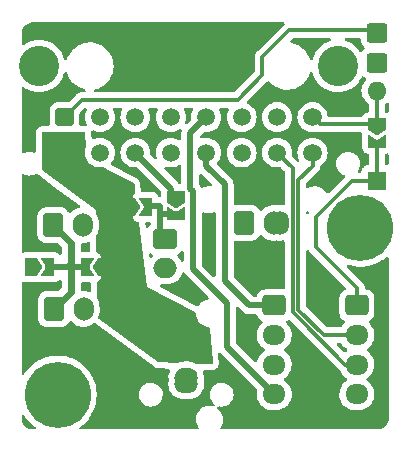
<source format=gbr>
G04 #@! TF.GenerationSoftware,KiCad,Pcbnew,5.99.0-unknown-e02bb80bf3~131~ubuntu20.10.1*
G04 #@! TF.CreationDate,2021-07-20T00:02:41+02:00*
G04 #@! TF.ProjectId,carabiner,63617261-6269-46e6-9572-2e6b69636164,rev?*
G04 #@! TF.SameCoordinates,Original*
G04 #@! TF.FileFunction,Copper,L2,Bot*
G04 #@! TF.FilePolarity,Positive*
%FSLAX46Y46*%
G04 Gerber Fmt 4.6, Leading zero omitted, Abs format (unit mm)*
G04 Created by KiCad (PCBNEW 5.99.0-unknown-e02bb80bf3~131~ubuntu20.10.1) date 2021-07-20 00:02:41*
%MOMM*%
%LPD*%
G01*
G04 APERTURE LIST*
G04 Aperture macros list*
%AMRoundRect*
0 Rectangle with rounded corners*
0 $1 Rounding radius*
0 $2 $3 $4 $5 $6 $7 $8 $9 X,Y pos of 4 corners*
0 Add a 4 corners polygon primitive as box body*
4,1,4,$2,$3,$4,$5,$6,$7,$8,$9,$2,$3,0*
0 Add four circle primitives for the rounded corners*
1,1,$1+$1,$2,$3*
1,1,$1+$1,$4,$5*
1,1,$1+$1,$6,$7*
1,1,$1+$1,$8,$9*
0 Add four rect primitives between the rounded corners*
20,1,$1+$1,$2,$3,$4,$5,0*
20,1,$1+$1,$4,$5,$6,$7,0*
20,1,$1+$1,$6,$7,$8,$9,0*
20,1,$1+$1,$8,$9,$2,$3,0*%
%AMFreePoly0*
4,1,6,1.000000,0.000000,0.500000,-0.750000,-0.500000,-0.750000,-0.500000,0.750000,0.500000,0.750000,1.000000,0.000000,1.000000,0.000000,$1*%
%AMFreePoly1*
4,1,6,0.500000,-0.750000,-0.650000,-0.750000,-0.150000,0.000000,-0.650000,0.750000,0.500000,0.750000,0.500000,-0.750000,0.500000,-0.750000,$1*%
G04 Aperture macros list end*
G04 #@! TA.AperFunction,ComponentPad*
%ADD10R,1.600000X1.600000*%
G04 #@! TD*
G04 #@! TA.AperFunction,ComponentPad*
%ADD11O,1.600000X1.600000*%
G04 #@! TD*
G04 #@! TA.AperFunction,ComponentPad*
%ADD12C,5.600000*%
G04 #@! TD*
G04 #@! TA.AperFunction,ComponentPad*
%ADD13RoundRect,0.250001X-0.759999X0.499999X-0.759999X-0.499999X0.759999X-0.499999X0.759999X0.499999X0*%
G04 #@! TD*
G04 #@! TA.AperFunction,ComponentPad*
%ADD14O,2.020000X1.500000*%
G04 #@! TD*
G04 #@! TA.AperFunction,ComponentPad*
%ADD15RoundRect,0.250000X-0.750000X0.600000X-0.750000X-0.600000X0.750000X-0.600000X0.750000X0.600000X0*%
G04 #@! TD*
G04 #@! TA.AperFunction,ComponentPad*
%ADD16O,2.000000X1.700000*%
G04 #@! TD*
G04 #@! TA.AperFunction,ComponentPad*
%ADD17RoundRect,0.250001X-0.499999X-0.499999X0.499999X-0.499999X0.499999X0.499999X-0.499999X0.499999X0*%
G04 #@! TD*
G04 #@! TA.AperFunction,ComponentPad*
%ADD18C,1.500000*%
G04 #@! TD*
G04 #@! TA.AperFunction,ComponentPad*
%ADD19RoundRect,0.250000X-0.600000X-0.750000X0.600000X-0.750000X0.600000X0.750000X-0.600000X0.750000X0*%
G04 #@! TD*
G04 #@! TA.AperFunction,ComponentPad*
%ADD20O,1.700000X2.000000*%
G04 #@! TD*
G04 #@! TA.AperFunction,ComponentPad*
%ADD21RoundRect,0.250000X-0.725000X0.600000X-0.725000X-0.600000X0.725000X-0.600000X0.725000X0.600000X0*%
G04 #@! TD*
G04 #@! TA.AperFunction,ComponentPad*
%ADD22O,1.950000X1.700000*%
G04 #@! TD*
G04 #@! TA.AperFunction,ComponentPad*
%ADD23RoundRect,0.297500X-0.577500X0.552500X-0.577500X-0.552500X0.577500X-0.552500X0.577500X0.552500X0*%
G04 #@! TD*
G04 #@! TA.AperFunction,ComponentPad*
%ADD24RoundRect,0.250001X-0.499999X-0.759999X0.499999X-0.759999X0.499999X0.759999X-0.499999X0.759999X0*%
G04 #@! TD*
G04 #@! TA.AperFunction,ComponentPad*
%ADD25O,1.500000X2.020000*%
G04 #@! TD*
G04 #@! TA.AperFunction,ComponentPad*
%ADD26C,3.410000*%
G04 #@! TD*
G04 #@! TA.AperFunction,SMDPad,CuDef*
%ADD27FreePoly0,270.000000*%
G04 #@! TD*
G04 #@! TA.AperFunction,SMDPad,CuDef*
%ADD28FreePoly1,270.000000*%
G04 #@! TD*
G04 #@! TA.AperFunction,SMDPad,CuDef*
%ADD29FreePoly0,0.000000*%
G04 #@! TD*
G04 #@! TA.AperFunction,SMDPad,CuDef*
%ADD30FreePoly1,0.000000*%
G04 #@! TD*
G04 #@! TA.AperFunction,SMDPad,CuDef*
%ADD31FreePoly0,180.000000*%
G04 #@! TD*
G04 #@! TA.AperFunction,SMDPad,CuDef*
%ADD32FreePoly1,180.000000*%
G04 #@! TD*
G04 #@! TA.AperFunction,ViaPad*
%ADD33C,0.800000*%
G04 #@! TD*
G04 #@! TA.AperFunction,Conductor*
%ADD34C,0.300000*%
G04 #@! TD*
G04 #@! TA.AperFunction,Conductor*
%ADD35C,0.500000*%
G04 #@! TD*
G04 #@! TA.AperFunction,Conductor*
%ADD36C,0.800000*%
G04 #@! TD*
G04 #@! TA.AperFunction,Conductor*
%ADD37C,0.600000*%
G04 #@! TD*
G04 #@! TA.AperFunction,Conductor*
%ADD38C,0.250000*%
G04 #@! TD*
G04 #@! TA.AperFunction,Conductor*
%ADD39C,2.000000*%
G04 #@! TD*
G04 APERTURE END LIST*
D10*
X81100000Y-47920000D03*
D11*
X81100000Y-40300000D03*
D12*
X54050000Y-66050000D03*
X79700000Y-51900000D03*
D13*
X64950000Y-62150000D03*
D14*
X64950000Y-65150000D03*
D15*
X63150000Y-52850000D03*
D16*
X63150000Y-55350000D03*
D17*
X54630000Y-42550000D03*
D18*
X57630000Y-42550000D03*
X60630000Y-42550000D03*
X63630000Y-42550000D03*
X66630000Y-42550000D03*
X69630000Y-42550000D03*
X72630000Y-42550000D03*
X75630000Y-42550000D03*
X54630000Y-45550000D03*
X57630000Y-45550000D03*
X60630000Y-45550000D03*
X63630000Y-45550000D03*
X66630000Y-45550000D03*
X69630000Y-45550000D03*
X72630000Y-45550000D03*
X75630000Y-45550000D03*
D19*
X53700000Y-51700000D03*
D20*
X56200000Y-51700000D03*
D19*
X53750000Y-58800000D03*
D20*
X56250000Y-58800000D03*
D21*
X79400000Y-58500000D03*
D22*
X79400000Y-61000000D03*
X79400000Y-63500000D03*
X79400000Y-66000000D03*
D21*
X72400000Y-58500000D03*
D22*
X72400000Y-61000000D03*
X72400000Y-63500000D03*
X72400000Y-66000000D03*
D19*
X69850000Y-51500000D03*
D20*
X72350000Y-51500000D03*
D23*
X81100000Y-35430000D03*
X81100000Y-37970000D03*
D15*
X64950000Y-62100000D03*
D16*
X64950000Y-64600000D03*
D17*
X54650000Y-42550000D03*
D18*
X57650000Y-42550000D03*
X60650000Y-42550000D03*
X63650000Y-42550000D03*
X66650000Y-42550000D03*
X69650000Y-42550000D03*
X72650000Y-42550000D03*
X75650000Y-42550000D03*
X54650000Y-45550000D03*
X57650000Y-45550000D03*
X60650000Y-45550000D03*
X63650000Y-45550000D03*
X66650000Y-45550000D03*
X69650000Y-45550000D03*
X72650000Y-45550000D03*
X75650000Y-45550000D03*
D24*
X69850000Y-51500000D03*
D25*
X72850000Y-51500000D03*
D17*
X54630000Y-42550000D03*
D18*
X57630000Y-42550000D03*
X60630000Y-42550000D03*
X63630000Y-42550000D03*
X66630000Y-42550000D03*
X69630000Y-42550000D03*
X72630000Y-42550000D03*
X75630000Y-42550000D03*
X54630000Y-45550000D03*
X57630000Y-45550000D03*
X60630000Y-45550000D03*
X63630000Y-45550000D03*
X66630000Y-45550000D03*
X69630000Y-45550000D03*
X72630000Y-45550000D03*
X75630000Y-45550000D03*
D26*
X77780000Y-38230000D03*
X52480000Y-38230000D03*
D17*
X64950000Y-62100000D03*
D18*
X64950000Y-65100000D03*
D27*
X81100000Y-43175000D03*
D28*
X81100000Y-44625000D03*
D27*
X64100000Y-49325000D03*
D28*
X64100000Y-50775000D03*
D29*
X60125000Y-50150000D03*
D30*
X61575000Y-50150000D03*
D29*
X51825000Y-55250000D03*
D30*
X53275000Y-55250000D03*
D31*
X58025000Y-55250000D03*
D32*
X56575000Y-55250000D03*
D33*
X51825000Y-55250000D03*
D34*
X75950030Y-53585790D02*
X79400000Y-57035760D01*
X79400000Y-57035760D02*
X79400000Y-58500000D01*
X81100000Y-44625000D02*
X81100000Y-47920000D01*
X79017998Y-47920000D02*
X75950030Y-50987968D01*
X81100000Y-47920000D02*
X79017998Y-47920000D01*
X75950030Y-50987968D02*
X75950030Y-53585790D01*
X81100000Y-43175000D02*
X81100000Y-40300000D01*
X76275000Y-43175000D02*
X75650000Y-42550000D01*
X81100000Y-43175000D02*
X76275000Y-43175000D01*
D35*
X66650000Y-42550000D02*
X65300000Y-43900000D01*
X68400000Y-62000000D02*
X72400000Y-66000000D01*
X65300000Y-48600000D02*
X65500000Y-48800000D01*
X68400000Y-58300000D02*
X68400000Y-62000000D01*
X65500000Y-48800000D02*
X65500000Y-55400000D01*
X65500000Y-55400000D02*
X68400000Y-58300000D01*
X65300000Y-43900000D02*
X65300000Y-48600000D01*
D36*
X72525000Y-61000000D02*
X72400000Y-61000000D01*
X72400000Y-61000000D02*
X72275000Y-61000000D01*
D35*
X72400000Y-60814966D02*
X72400000Y-61000000D01*
X68200000Y-48250000D02*
X68200000Y-56400000D01*
X66650000Y-45550000D02*
X66650000Y-46700000D01*
X70300000Y-58500000D02*
X72400000Y-58500000D01*
X68200000Y-56400000D02*
X70300000Y-58500000D01*
X66650000Y-46700000D02*
X68200000Y-48250000D01*
D37*
X65550000Y-64200000D02*
X65400000Y-64200000D01*
D34*
X72650000Y-45550000D02*
X73950010Y-46850010D01*
X74650020Y-59750020D02*
X78400000Y-63500000D01*
X73950010Y-56649970D02*
X73950010Y-59050010D01*
X73950010Y-59050010D02*
X74650020Y-59750020D01*
X78400000Y-63500000D02*
X79400000Y-63500000D01*
X73950010Y-46850010D02*
X73950010Y-56649970D01*
X75650000Y-46700020D02*
X74450020Y-47900000D01*
X74450020Y-58842900D02*
X76607120Y-61000000D01*
D38*
X79400000Y-61000000D02*
X79400000Y-60638190D01*
D34*
X75450000Y-45750000D02*
X75650000Y-45550000D01*
X76607120Y-61000000D02*
X79400000Y-61000000D01*
X74450020Y-47900000D02*
X74450020Y-58842900D01*
X75650000Y-45550000D02*
X75650000Y-46700020D01*
X79400000Y-61000000D02*
X78125000Y-61000000D01*
D35*
X62700000Y-50700000D02*
X62700000Y-52400000D01*
X62775000Y-50775000D02*
X62700000Y-50700000D01*
X62700000Y-52400000D02*
X63150000Y-52850000D01*
X62700000Y-50100000D02*
X62700000Y-50700000D01*
D37*
X62750000Y-52700000D02*
X63750000Y-52700000D01*
D35*
X62700000Y-50100000D02*
X61625000Y-50100000D01*
X64100000Y-50775000D02*
X62775000Y-50775000D01*
X55500000Y-55250000D02*
X55200000Y-54950000D01*
D37*
X55200000Y-55400000D02*
X55200000Y-54950000D01*
X55200000Y-53200000D02*
X53700000Y-51700000D01*
X55200000Y-54950000D02*
X55200000Y-53200000D01*
X55200000Y-55400000D02*
X55200000Y-57350000D01*
D35*
X56575000Y-55250000D02*
X55500000Y-55250000D01*
X54900000Y-55250000D02*
X55200000Y-54950000D01*
X53275000Y-55250000D02*
X54900000Y-55250000D01*
D37*
X55200000Y-57350000D02*
X53750000Y-58800000D01*
D35*
X63680000Y-48905000D02*
X64100000Y-49325000D01*
X63680000Y-48600000D02*
X63680000Y-48905000D01*
X60630000Y-45550000D02*
X63680000Y-48600000D01*
D34*
X73687500Y-35212500D02*
X71400000Y-37500000D01*
X81100000Y-35212500D02*
X73687500Y-35212500D01*
X71400000Y-37500000D02*
X71400000Y-39000000D01*
X71400000Y-39000000D02*
X69300000Y-41100000D01*
X56100000Y-41100000D02*
X54650000Y-42550000D01*
X69300000Y-41100000D02*
X56100000Y-41100000D01*
D39*
X64950000Y-62100000D02*
X64700000Y-62100000D01*
G04 #@! TA.AperFunction,NonConductor*
G36*
X79658621Y-35891002D02*
G01*
X79705114Y-35944658D01*
X79716500Y-35997000D01*
X79716500Y-36027968D01*
X79731556Y-36162198D01*
X79791024Y-36332965D01*
X79886846Y-36486313D01*
X80011286Y-36611624D01*
X80045093Y-36674054D01*
X80039781Y-36744852D01*
X80010665Y-36789812D01*
X79890379Y-36909262D01*
X79836372Y-36994363D01*
X79832946Y-36999762D01*
X79779557Y-37046560D01*
X79709341Y-37057065D01*
X79644593Y-37027941D01*
X79621796Y-37002249D01*
X79604487Y-36976345D01*
X79539855Y-36879616D01*
X79348539Y-36661461D01*
X79130384Y-36470145D01*
X78889125Y-36308940D01*
X78885426Y-36307116D01*
X78885421Y-36307113D01*
X78718516Y-36224805D01*
X78628887Y-36180605D01*
X78439489Y-36116313D01*
X78381412Y-36075476D01*
X78354634Y-36009723D01*
X78367655Y-35939931D01*
X78416342Y-35888258D01*
X78479990Y-35871000D01*
X79590500Y-35871000D01*
X79658621Y-35891002D01*
G37*
G04 #@! TD.AperFunction*
G04 #@! TA.AperFunction,NonConductor*
G36*
X77148131Y-35891002D02*
G01*
X77194624Y-35944658D01*
X77204728Y-36014932D01*
X77175234Y-36079512D01*
X77120511Y-36116313D01*
X76931113Y-36180605D01*
X76808132Y-36241253D01*
X76674580Y-36307113D01*
X76674575Y-36307116D01*
X76670876Y-36308940D01*
X76429616Y-36470145D01*
X76211461Y-36661461D01*
X76020145Y-36879616D01*
X75858940Y-37120876D01*
X75857116Y-37124575D01*
X75857113Y-37124580D01*
X75814998Y-37209982D01*
X75730605Y-37381113D01*
X75729280Y-37385018D01*
X75729279Y-37385019D01*
X75646508Y-37628854D01*
X75605671Y-37686931D01*
X75539918Y-37713709D01*
X75470126Y-37700688D01*
X75418453Y-37652001D01*
X75408424Y-37630418D01*
X75337617Y-37430465D01*
X75212013Y-37187112D01*
X75202040Y-37172921D01*
X75110799Y-37043099D01*
X75054545Y-36963057D01*
X74868125Y-36762445D01*
X74864810Y-36759731D01*
X74864806Y-36759728D01*
X74659523Y-36591706D01*
X74656205Y-36588990D01*
X74422704Y-36445901D01*
X74413036Y-36441657D01*
X74175873Y-36337549D01*
X74175869Y-36337548D01*
X74171945Y-36335825D01*
X73908566Y-36260800D01*
X73904318Y-36260195D01*
X73904316Y-36260195D01*
X73874594Y-36255965D01*
X73862234Y-36254206D01*
X73797611Y-36224805D01*
X73759142Y-36165134D01*
X73759040Y-36094138D01*
X73790892Y-36040368D01*
X73923355Y-35907905D01*
X73985667Y-35873879D01*
X74012450Y-35871000D01*
X77080010Y-35871000D01*
X77148131Y-35891002D01*
G37*
G04 #@! TD.AperFunction*
G04 #@! TA.AperFunction,NonConductor*
G36*
X73219454Y-34528002D02*
G01*
X73265947Y-34581658D01*
X73276051Y-34651932D01*
X73246557Y-34716512D01*
X73238919Y-34724463D01*
X73233143Y-34728659D01*
X73228090Y-34734767D01*
X73228089Y-34734768D01*
X73203698Y-34764252D01*
X73195708Y-34773032D01*
X70992395Y-36976345D01*
X70983615Y-36984335D01*
X70983613Y-36984337D01*
X70976920Y-36988584D01*
X70971494Y-36994362D01*
X70971493Y-36994363D01*
X70928396Y-37040257D01*
X70925641Y-37043099D01*
X70905073Y-37063667D01*
X70902356Y-37067170D01*
X70894648Y-37076195D01*
X70863028Y-37109867D01*
X70859207Y-37116818D01*
X70859206Y-37116819D01*
X70852697Y-37128658D01*
X70841843Y-37145182D01*
X70834018Y-37155271D01*
X70828696Y-37162132D01*
X70825549Y-37169404D01*
X70825548Y-37169406D01*
X70810346Y-37204535D01*
X70805124Y-37215195D01*
X70782876Y-37255663D01*
X70777541Y-37276441D01*
X70771142Y-37295131D01*
X70762620Y-37314824D01*
X70761380Y-37322655D01*
X70755394Y-37360448D01*
X70752987Y-37372071D01*
X70741500Y-37416812D01*
X70741500Y-37438259D01*
X70739949Y-37457969D01*
X70736594Y-37479152D01*
X70737340Y-37487043D01*
X70740941Y-37525138D01*
X70741500Y-37536996D01*
X70741500Y-38675051D01*
X70721498Y-38743172D01*
X70704595Y-38764146D01*
X69064145Y-40404595D01*
X69001833Y-40438621D01*
X68975050Y-40441500D01*
X57252230Y-40441500D01*
X57184109Y-40421498D01*
X57137616Y-40367842D01*
X57127512Y-40297568D01*
X57157006Y-40232988D01*
X57220257Y-40193624D01*
X57427976Y-40139130D01*
X57432127Y-40138041D01*
X57436087Y-40136401D01*
X57436092Y-40136399D01*
X57669885Y-40039558D01*
X57685136Y-40033241D01*
X57921582Y-39895073D01*
X58137089Y-39726094D01*
X58178809Y-39683043D01*
X58324686Y-39532509D01*
X58327669Y-39529431D01*
X58330202Y-39525983D01*
X58330206Y-39525978D01*
X58487257Y-39312178D01*
X58489795Y-39308723D01*
X58491841Y-39304955D01*
X58618418Y-39071830D01*
X58618419Y-39071828D01*
X58620468Y-39068054D01*
X58717269Y-38811877D01*
X58778407Y-38544933D01*
X58780674Y-38519540D01*
X58802531Y-38274627D01*
X58802531Y-38274625D01*
X58802751Y-38272161D01*
X58803193Y-38230000D01*
X58784567Y-37956778D01*
X58729032Y-37688612D01*
X58637617Y-37430465D01*
X58512013Y-37187112D01*
X58502040Y-37172921D01*
X58410799Y-37043099D01*
X58354545Y-36963057D01*
X58168125Y-36762445D01*
X58164810Y-36759731D01*
X58164806Y-36759728D01*
X57959523Y-36591706D01*
X57956205Y-36588990D01*
X57722704Y-36445901D01*
X57713036Y-36441657D01*
X57475873Y-36337549D01*
X57475869Y-36337548D01*
X57471945Y-36335825D01*
X57208566Y-36260800D01*
X57204324Y-36260196D01*
X57204318Y-36260195D01*
X57003834Y-36231662D01*
X56937443Y-36222213D01*
X56793589Y-36221460D01*
X56667877Y-36220802D01*
X56667871Y-36220802D01*
X56663591Y-36220780D01*
X56659347Y-36221339D01*
X56659343Y-36221339D01*
X56540302Y-36237011D01*
X56392078Y-36256525D01*
X56387938Y-36257658D01*
X56387936Y-36257658D01*
X56315008Y-36277609D01*
X56127928Y-36328788D01*
X56123980Y-36330472D01*
X55879982Y-36434546D01*
X55879978Y-36434548D01*
X55876030Y-36436232D01*
X55814814Y-36472869D01*
X55644725Y-36574664D01*
X55644721Y-36574667D01*
X55641043Y-36576868D01*
X55427318Y-36748094D01*
X55315964Y-36865436D01*
X55268734Y-36915207D01*
X55238808Y-36946742D01*
X55079002Y-37169136D01*
X54950857Y-37411161D01*
X54949385Y-37415184D01*
X54949383Y-37415188D01*
X54860291Y-37658641D01*
X54818096Y-37715738D01*
X54751731Y-37740960D01*
X54682265Y-37726298D01*
X54631753Y-37676407D01*
X54622652Y-37655840D01*
X54530721Y-37385019D01*
X54530720Y-37385018D01*
X54529395Y-37381113D01*
X54445002Y-37209982D01*
X54402887Y-37124580D01*
X54402884Y-37124575D01*
X54401060Y-37120876D01*
X54239855Y-36879616D01*
X54048539Y-36661461D01*
X53830384Y-36470145D01*
X53589125Y-36308940D01*
X53585426Y-36307116D01*
X53585421Y-36307113D01*
X53418516Y-36224805D01*
X53328887Y-36180605D01*
X53139489Y-36116313D01*
X53058038Y-36088664D01*
X53058034Y-36088663D01*
X53054125Y-36087336D01*
X53050081Y-36086532D01*
X53050075Y-36086530D01*
X52773579Y-36031531D01*
X52773573Y-36031530D01*
X52769540Y-36030728D01*
X52765435Y-36030459D01*
X52765428Y-36030458D01*
X52484120Y-36012021D01*
X52480000Y-36011751D01*
X52475880Y-36012021D01*
X52194572Y-36030458D01*
X52194565Y-36030459D01*
X52190460Y-36030728D01*
X52186427Y-36031530D01*
X52186421Y-36031531D01*
X51909925Y-36086530D01*
X51909919Y-36086532D01*
X51905875Y-36087336D01*
X51901966Y-36088663D01*
X51901962Y-36088664D01*
X51820511Y-36116313D01*
X51631113Y-36180605D01*
X51508132Y-36241253D01*
X51374580Y-36307113D01*
X51374575Y-36307116D01*
X51370876Y-36308940D01*
X51332399Y-36334650D01*
X51204002Y-36420442D01*
X51136249Y-36441657D01*
X51067782Y-36422874D01*
X51020339Y-36370057D01*
X51008000Y-36315677D01*
X51008000Y-35549328D01*
X51009500Y-35529943D01*
X51011805Y-35515142D01*
X51011805Y-35515139D01*
X51013186Y-35506270D01*
X51011532Y-35493622D01*
X51010948Y-35466308D01*
X51022110Y-35338722D01*
X51025924Y-35317092D01*
X51064972Y-35171364D01*
X51072484Y-35150725D01*
X51136245Y-35013990D01*
X51147227Y-34994970D01*
X51233764Y-34871382D01*
X51247882Y-34854557D01*
X51354557Y-34747882D01*
X51371382Y-34733764D01*
X51494970Y-34647227D01*
X51513990Y-34636245D01*
X51650725Y-34572484D01*
X51671364Y-34564972D01*
X51712312Y-34554000D01*
X51817096Y-34525923D01*
X51838719Y-34522111D01*
X51882609Y-34518271D01*
X51959419Y-34511551D01*
X51975879Y-34512104D01*
X51975884Y-34511695D01*
X51984858Y-34511805D01*
X51993730Y-34513186D01*
X52002632Y-34512022D01*
X52002635Y-34512022D01*
X52025251Y-34509064D01*
X52041589Y-34508000D01*
X73151333Y-34508000D01*
X73219454Y-34528002D01*
G37*
G04 #@! TD.AperFunction*
G04 #@! TA.AperFunction,NonConductor*
G36*
X82029864Y-41336205D02*
G01*
X82078448Y-41387975D01*
X82092000Y-41444821D01*
X82092000Y-42050654D01*
X82071998Y-42118775D01*
X82018342Y-42165268D01*
X81948068Y-42175371D01*
X81866568Y-42163653D01*
X81801987Y-42134160D01*
X81763604Y-42074434D01*
X81758500Y-42038936D01*
X81758500Y-41501888D01*
X81778502Y-41433767D01*
X81812228Y-41398676D01*
X81893730Y-41341608D01*
X81961003Y-41318920D01*
X82029864Y-41336205D01*
G37*
G04 #@! TD.AperFunction*
G04 #@! TA.AperFunction,NonConductor*
G36*
X65480822Y-41778502D02*
G01*
X65527315Y-41832158D01*
X65537419Y-41902432D01*
X65526896Y-41937750D01*
X65442880Y-42117924D01*
X65385885Y-42330629D01*
X65366693Y-42550000D01*
X65367172Y-42555475D01*
X65367172Y-42555476D01*
X65378517Y-42685152D01*
X65364528Y-42754756D01*
X65342091Y-42785228D01*
X65056848Y-43070471D01*
X64994536Y-43104497D01*
X64923721Y-43099432D01*
X64866885Y-43056885D01*
X64842074Y-42990365D01*
X64846046Y-42948764D01*
X64892692Y-42774681D01*
X64894115Y-42769371D01*
X64913307Y-42550000D01*
X64894115Y-42330629D01*
X64837120Y-42117924D01*
X64753104Y-41937750D01*
X64742443Y-41867558D01*
X64771423Y-41802745D01*
X64830843Y-41763889D01*
X64867299Y-41758500D01*
X65412701Y-41758500D01*
X65480822Y-41778502D01*
G37*
G04 #@! TD.AperFunction*
G04 #@! TA.AperFunction,NonConductor*
G36*
X56446031Y-41789395D02*
G01*
X56502867Y-41831942D01*
X56527678Y-41898462D01*
X56516194Y-41960701D01*
X56442880Y-42117924D01*
X56385885Y-42330629D01*
X56366693Y-42550000D01*
X56385885Y-42769371D01*
X56442880Y-42982076D01*
X56477764Y-43056885D01*
X56511090Y-43128353D01*
X56521751Y-43198545D01*
X56492771Y-43263357D01*
X56433351Y-43302214D01*
X56378965Y-43306321D01*
X56300353Y-43295018D01*
X56283804Y-43292639D01*
X56283803Y-43292639D01*
X56279359Y-43292000D01*
X56029812Y-43292000D01*
X55961691Y-43271998D01*
X55915198Y-43218342D01*
X55904311Y-43154799D01*
X55908251Y-43110655D01*
X55908251Y-43110649D01*
X55908500Y-43107862D01*
X55908500Y-42274950D01*
X55928502Y-42206829D01*
X55945405Y-42185855D01*
X56312904Y-41818356D01*
X56375216Y-41784330D01*
X56446031Y-41789395D01*
G37*
G04 #@! TD.AperFunction*
G04 #@! TA.AperFunction,NonConductor*
G36*
X54792582Y-38725057D02*
G01*
X54847328Y-38770261D01*
X54862187Y-38800069D01*
X54934112Y-39010144D01*
X55057160Y-39254799D01*
X55059586Y-39258328D01*
X55059589Y-39258334D01*
X55209843Y-39476953D01*
X55212274Y-39480490D01*
X55396582Y-39683043D01*
X55606675Y-39858707D01*
X55610316Y-39860991D01*
X55835024Y-40001951D01*
X55835028Y-40001953D01*
X55838664Y-40004234D01*
X55906544Y-40034883D01*
X56084345Y-40115164D01*
X56084349Y-40115166D01*
X56088257Y-40116930D01*
X56092377Y-40118150D01*
X56092376Y-40118150D01*
X56350768Y-40194689D01*
X56410402Y-40233214D01*
X56439742Y-40297865D01*
X56429471Y-40368115D01*
X56382850Y-40421660D01*
X56314982Y-40441500D01*
X56182059Y-40441500D01*
X56170203Y-40440941D01*
X56162463Y-40439211D01*
X56154537Y-40439460D01*
X56154536Y-40439460D01*
X56091611Y-40441438D01*
X56087653Y-40441500D01*
X56058568Y-40441500D01*
X56054637Y-40441997D01*
X56054630Y-40441997D01*
X56054179Y-40442054D01*
X56042343Y-40442986D01*
X55996169Y-40444438D01*
X55975579Y-40450420D01*
X55956218Y-40454430D01*
X55949230Y-40455312D01*
X55942796Y-40456125D01*
X55942795Y-40456125D01*
X55934936Y-40457118D01*
X55927571Y-40460034D01*
X55927567Y-40460035D01*
X55891979Y-40474126D01*
X55880769Y-40477965D01*
X55836400Y-40490855D01*
X55817935Y-40501775D01*
X55800195Y-40510466D01*
X55780244Y-40518365D01*
X55742874Y-40545516D01*
X55732952Y-40552033D01*
X55700023Y-40571507D01*
X55700019Y-40571510D01*
X55693193Y-40575547D01*
X55678029Y-40590711D01*
X55662996Y-40603551D01*
X55645643Y-40616159D01*
X55616198Y-40651752D01*
X55608208Y-40660532D01*
X55014145Y-41254595D01*
X54951833Y-41288621D01*
X54925050Y-41291500D01*
X54085708Y-41291500D01*
X54015965Y-41299631D01*
X53961590Y-41305970D01*
X53961586Y-41305971D01*
X53954320Y-41306818D01*
X53947445Y-41309314D01*
X53947443Y-41309314D01*
X53799873Y-41362880D01*
X53788063Y-41367167D01*
X53781946Y-41371178D01*
X53781943Y-41371179D01*
X53656203Y-41453618D01*
X53640148Y-41464144D01*
X53518510Y-41592548D01*
X53514833Y-41598879D01*
X53434047Y-41737962D01*
X53429674Y-41745490D01*
X53427553Y-41752494D01*
X53427551Y-41752498D01*
X53382141Y-41902432D01*
X53378405Y-41914768D01*
X53377830Y-41921207D01*
X53377830Y-41921209D01*
X53374306Y-41960701D01*
X53371500Y-41992138D01*
X53371500Y-43094292D01*
X53373082Y-43107862D01*
X53378159Y-43151409D01*
X53366180Y-43221388D01*
X53318270Y-43273781D01*
X53253007Y-43292000D01*
X52826000Y-43292000D01*
X52718020Y-43303609D01*
X52714736Y-43304323D01*
X52714732Y-43304324D01*
X52689661Y-43309778D01*
X52665678Y-43314995D01*
X52562628Y-43349293D01*
X52440990Y-43427465D01*
X52387334Y-43473958D01*
X52384393Y-43477352D01*
X52374984Y-43488211D01*
X52292645Y-43583234D01*
X52232579Y-43714760D01*
X52212577Y-43782881D01*
X52211937Y-43787329D01*
X52211936Y-43787336D01*
X52192639Y-43921552D01*
X52192638Y-43921559D01*
X52192000Y-43926000D01*
X52192000Y-45431116D01*
X52171998Y-45499237D01*
X52118342Y-45545730D01*
X52048068Y-45555834D01*
X52028745Y-45551482D01*
X51853768Y-45497318D01*
X51847643Y-45496674D01*
X51847642Y-45496674D01*
X51663204Y-45477289D01*
X51663202Y-45477289D01*
X51657075Y-45476645D01*
X51574576Y-45484153D01*
X51466251Y-45494011D01*
X51466248Y-45494012D01*
X51460112Y-45494570D01*
X51454206Y-45496308D01*
X51454202Y-45496309D01*
X51368889Y-45521418D01*
X51270381Y-45550410D01*
X51264920Y-45553265D01*
X51264915Y-45553267D01*
X51192375Y-45591190D01*
X51122740Y-45605024D01*
X51056679Y-45579014D01*
X51015167Y-45521418D01*
X51008000Y-45479528D01*
X51008000Y-40144323D01*
X51028002Y-40076202D01*
X51081658Y-40029709D01*
X51151932Y-40019605D01*
X51204001Y-40039557D01*
X51370875Y-40151060D01*
X51374574Y-40152884D01*
X51374579Y-40152887D01*
X51483185Y-40206445D01*
X51631113Y-40279395D01*
X51635018Y-40280720D01*
X51635019Y-40280721D01*
X51901962Y-40371336D01*
X51901966Y-40371337D01*
X51905875Y-40372664D01*
X51909919Y-40373468D01*
X51909925Y-40373470D01*
X52186421Y-40428469D01*
X52186427Y-40428470D01*
X52190460Y-40429272D01*
X52194565Y-40429541D01*
X52194572Y-40429542D01*
X52475880Y-40447979D01*
X52480000Y-40448249D01*
X52484120Y-40447979D01*
X52765428Y-40429542D01*
X52765435Y-40429541D01*
X52769540Y-40429272D01*
X52773573Y-40428470D01*
X52773579Y-40428469D01*
X53050075Y-40373470D01*
X53050081Y-40373468D01*
X53054125Y-40372664D01*
X53058034Y-40371337D01*
X53058038Y-40371336D01*
X53324981Y-40280721D01*
X53324982Y-40280720D01*
X53328887Y-40279395D01*
X53476815Y-40206445D01*
X53585421Y-40152887D01*
X53585426Y-40152884D01*
X53589125Y-40151060D01*
X53830384Y-39989855D01*
X54048539Y-39798539D01*
X54239855Y-39580384D01*
X54401060Y-39339124D01*
X54414349Y-39312178D01*
X54511494Y-39115187D01*
X54529395Y-39078887D01*
X54547242Y-39026313D01*
X54622664Y-38804125D01*
X54623606Y-38804445D01*
X54658226Y-38747648D01*
X54722087Y-38716627D01*
X54792582Y-38725057D01*
G37*
G04 #@! TD.AperFunction*
G04 #@! TA.AperFunction,NonConductor*
G36*
X81936404Y-45631329D02*
G01*
X82001501Y-45631331D01*
X82061226Y-45669716D01*
X82090718Y-45734297D01*
X82092000Y-45752226D01*
X82092000Y-46488465D01*
X82071998Y-46556586D01*
X82018342Y-46603079D01*
X81948071Y-46613183D01*
X81900000Y-46606271D01*
X81884500Y-46606271D01*
X81816379Y-46586269D01*
X81769886Y-46532613D01*
X81758500Y-46480271D01*
X81758500Y-45762583D01*
X81778502Y-45694462D01*
X81832158Y-45647969D01*
X81875510Y-45636904D01*
X81923111Y-45633500D01*
X81930505Y-45631329D01*
X81931076Y-45631329D01*
X81936236Y-45630398D01*
X81936404Y-45631329D01*
G37*
G04 #@! TD.AperFunction*
G04 #@! TA.AperFunction,NonConductor*
G36*
X64479363Y-46595537D02*
G01*
X64527947Y-46647306D01*
X64541500Y-46704153D01*
X64541500Y-48107032D01*
X64521498Y-48175153D01*
X64467842Y-48221646D01*
X64397568Y-48231750D01*
X64332988Y-48202256D01*
X64307781Y-48172398D01*
X64282595Y-48130892D01*
X64275197Y-48122516D01*
X64275223Y-48122493D01*
X64272574Y-48119503D01*
X64269866Y-48116264D01*
X64265856Y-48110148D01*
X64260549Y-48105121D01*
X64260546Y-48105117D01*
X64209617Y-48056872D01*
X64207175Y-48054494D01*
X63109529Y-46956848D01*
X63075503Y-46894536D01*
X63080568Y-46823721D01*
X63123115Y-46766885D01*
X63189635Y-46742074D01*
X63231236Y-46746046D01*
X63410629Y-46794115D01*
X63473096Y-46799580D01*
X63624522Y-46812828D01*
X63624525Y-46812828D01*
X63630000Y-46813307D01*
X63635482Y-46812827D01*
X63644518Y-46812827D01*
X63650000Y-46813307D01*
X63655475Y-46812828D01*
X63655478Y-46812828D01*
X63806904Y-46799580D01*
X63869371Y-46794115D01*
X64082076Y-46737120D01*
X64281654Y-46644056D01*
X64343230Y-46600940D01*
X64410502Y-46578252D01*
X64479363Y-46595537D01*
G37*
G04 #@! TD.AperFunction*
G04 #@! TA.AperFunction,NonConductor*
G36*
X66267012Y-47390147D02*
G01*
X66273595Y-47396276D01*
X67060118Y-48182799D01*
X67094144Y-48245111D01*
X67089079Y-48315926D01*
X67046532Y-48372762D01*
X66980012Y-48397573D01*
X66969374Y-48397883D01*
X66871974Y-48396608D01*
X66759898Y-48395141D01*
X66754201Y-48396120D01*
X66754200Y-48396120D01*
X66558469Y-48429753D01*
X66552772Y-48430732D01*
X66355601Y-48503472D01*
X66350637Y-48506425D01*
X66345535Y-48508859D01*
X66275440Y-48520134D01*
X66210376Y-48491723D01*
X66183451Y-48457658D01*
X66182833Y-48458063D01*
X66142814Y-48397024D01*
X66140467Y-48393305D01*
X66102595Y-48330893D01*
X66095197Y-48322516D01*
X66095224Y-48322493D01*
X66092570Y-48319499D01*
X66089868Y-48316267D01*
X66086968Y-48311844D01*
X66059486Y-48248746D01*
X66058500Y-48233016D01*
X66058500Y-47485371D01*
X66078502Y-47417250D01*
X66132158Y-47370757D01*
X66202432Y-47360653D01*
X66267012Y-47390147D01*
G37*
G04 #@! TD.AperFunction*
G04 #@! TA.AperFunction,NonConductor*
G36*
X59480822Y-41778502D02*
G01*
X59527315Y-41832158D01*
X59537419Y-41902432D01*
X59526896Y-41937750D01*
X59442880Y-42117924D01*
X59385885Y-42330629D01*
X59366693Y-42550000D01*
X59385885Y-42769371D01*
X59442880Y-42982076D01*
X59477764Y-43056885D01*
X59533618Y-43176666D01*
X59533621Y-43176671D01*
X59535944Y-43181653D01*
X59539100Y-43186160D01*
X59539101Y-43186162D01*
X59653327Y-43349293D01*
X59662251Y-43362038D01*
X59817962Y-43517749D01*
X59998346Y-43644056D01*
X60197924Y-43737120D01*
X60410629Y-43794115D01*
X60498322Y-43801787D01*
X60624522Y-43812828D01*
X60624525Y-43812828D01*
X60630000Y-43813307D01*
X60635482Y-43812827D01*
X60644518Y-43812827D01*
X60650000Y-43813307D01*
X60655475Y-43812828D01*
X60655478Y-43812828D01*
X60781678Y-43801787D01*
X60869371Y-43794115D01*
X61082076Y-43737120D01*
X61281654Y-43644056D01*
X61462038Y-43517749D01*
X61617749Y-43362038D01*
X61626674Y-43349293D01*
X61740899Y-43186162D01*
X61740900Y-43186160D01*
X61744056Y-43181653D01*
X61746379Y-43176671D01*
X61746382Y-43176666D01*
X61802236Y-43056885D01*
X61837120Y-42982076D01*
X61894115Y-42769371D01*
X61913307Y-42550000D01*
X61894115Y-42330629D01*
X61837120Y-42117924D01*
X61753104Y-41937750D01*
X61742443Y-41867558D01*
X61771423Y-41802745D01*
X61830843Y-41763889D01*
X61867299Y-41758500D01*
X62412701Y-41758500D01*
X62480822Y-41778502D01*
X62527315Y-41832158D01*
X62537419Y-41902432D01*
X62526896Y-41937750D01*
X62442880Y-42117924D01*
X62385885Y-42330629D01*
X62366693Y-42550000D01*
X62385885Y-42769371D01*
X62442880Y-42982076D01*
X62477764Y-43056885D01*
X62533618Y-43176666D01*
X62533621Y-43176671D01*
X62535944Y-43181653D01*
X62539100Y-43186160D01*
X62539101Y-43186162D01*
X62653327Y-43349293D01*
X62662251Y-43362038D01*
X62817962Y-43517749D01*
X62998346Y-43644056D01*
X63197924Y-43737120D01*
X63410629Y-43794115D01*
X63498322Y-43801787D01*
X63624522Y-43812828D01*
X63624525Y-43812828D01*
X63630000Y-43813307D01*
X63635482Y-43812827D01*
X63644518Y-43812827D01*
X63650000Y-43813307D01*
X63655475Y-43812828D01*
X63655478Y-43812828D01*
X63781678Y-43801787D01*
X63869371Y-43794115D01*
X64082076Y-43737120D01*
X64281654Y-43644056D01*
X64368721Y-43583091D01*
X64435994Y-43560403D01*
X64504854Y-43577688D01*
X64553438Y-43629457D01*
X64566322Y-43699275D01*
X64564351Y-43711960D01*
X64560514Y-43730409D01*
X64559544Y-43734696D01*
X64542192Y-43805610D01*
X64541500Y-43816764D01*
X64541464Y-43816762D01*
X64541225Y-43820755D01*
X64540851Y-43824947D01*
X64539360Y-43832115D01*
X64539558Y-43839432D01*
X64541454Y-43909521D01*
X64541500Y-43912928D01*
X64541500Y-44395847D01*
X64521498Y-44463968D01*
X64467842Y-44510461D01*
X64397568Y-44520565D01*
X64343231Y-44499061D01*
X64281654Y-44455944D01*
X64082076Y-44362880D01*
X63869371Y-44305885D01*
X63781678Y-44298213D01*
X63655478Y-44287172D01*
X63655475Y-44287172D01*
X63650000Y-44286693D01*
X63644518Y-44287173D01*
X63635482Y-44287173D01*
X63630000Y-44286693D01*
X63624525Y-44287172D01*
X63624522Y-44287172D01*
X63498322Y-44298213D01*
X63410629Y-44305885D01*
X63197924Y-44362880D01*
X63127226Y-44395847D01*
X63003334Y-44453618D01*
X63003329Y-44453621D01*
X62998347Y-44455944D01*
X62993840Y-44459100D01*
X62993838Y-44459101D01*
X62822473Y-44579092D01*
X62822470Y-44579094D01*
X62817962Y-44582251D01*
X62662251Y-44737962D01*
X62535944Y-44918347D01*
X62533621Y-44923329D01*
X62533618Y-44923334D01*
X62486415Y-45024562D01*
X62442880Y-45117924D01*
X62385885Y-45330629D01*
X62366693Y-45550000D01*
X62385885Y-45769371D01*
X62427433Y-45924428D01*
X62433954Y-45948764D01*
X62432264Y-46019741D01*
X62392470Y-46078537D01*
X62327206Y-46106485D01*
X62257192Y-46094712D01*
X62223152Y-46070471D01*
X61937909Y-45785228D01*
X61903883Y-45722916D01*
X61901483Y-45685152D01*
X61912828Y-45555476D01*
X61912828Y-45555475D01*
X61913307Y-45550000D01*
X61894115Y-45330629D01*
X61837120Y-45117924D01*
X61793585Y-45024562D01*
X61746382Y-44923334D01*
X61746379Y-44923329D01*
X61744056Y-44918347D01*
X61617749Y-44737962D01*
X61462038Y-44582251D01*
X61281654Y-44455944D01*
X61082076Y-44362880D01*
X60869371Y-44305885D01*
X60781678Y-44298213D01*
X60655478Y-44287172D01*
X60655475Y-44287172D01*
X60650000Y-44286693D01*
X60644518Y-44287173D01*
X60635482Y-44287173D01*
X60630000Y-44286693D01*
X60624525Y-44287172D01*
X60624522Y-44287172D01*
X60498322Y-44298213D01*
X60410629Y-44305885D01*
X60197924Y-44362880D01*
X60127226Y-44395847D01*
X60003334Y-44453618D01*
X60003329Y-44453621D01*
X59998347Y-44455944D01*
X59993840Y-44459100D01*
X59993838Y-44459101D01*
X59822473Y-44579092D01*
X59822470Y-44579094D01*
X59817962Y-44582251D01*
X59662251Y-44737962D01*
X59535944Y-44918347D01*
X59533621Y-44923329D01*
X59533618Y-44923334D01*
X59486415Y-45024562D01*
X59442880Y-45117924D01*
X59385885Y-45330629D01*
X59366693Y-45550000D01*
X59385885Y-45769371D01*
X59442880Y-45982076D01*
X59484099Y-46070471D01*
X59533618Y-46176666D01*
X59533621Y-46176671D01*
X59535944Y-46181653D01*
X59539100Y-46186160D01*
X59539101Y-46186162D01*
X59609894Y-46287264D01*
X59662251Y-46362038D01*
X59817962Y-46517749D01*
X59822471Y-46520906D01*
X59822473Y-46520908D01*
X59877470Y-46559417D01*
X59998346Y-46644056D01*
X60197924Y-46737120D01*
X60410629Y-46794115D01*
X60473096Y-46799580D01*
X60624522Y-46812828D01*
X60624525Y-46812828D01*
X60630000Y-46813307D01*
X60635482Y-46812827D01*
X60644518Y-46812827D01*
X60650000Y-46813307D01*
X60655475Y-46812828D01*
X60655479Y-46812828D01*
X60748370Y-46804701D01*
X60817974Y-46818690D01*
X60848446Y-46841127D01*
X62799366Y-48792047D01*
X62833392Y-48854359D01*
X62836271Y-48881142D01*
X62836271Y-49214410D01*
X62816269Y-49282531D01*
X62762613Y-49329024D01*
X62702472Y-49340168D01*
X62678417Y-49338676D01*
X62673465Y-49338369D01*
X62606713Y-49314189D01*
X62563630Y-49257758D01*
X62560368Y-49248109D01*
X62544843Y-49195235D01*
X62544842Y-49195233D01*
X62542304Y-49186589D01*
X62486074Y-49099093D01*
X62468122Y-49071159D01*
X62468120Y-49071156D01*
X62463250Y-49063579D01*
X62400017Y-49008787D01*
X62359555Y-48973726D01*
X62359552Y-48973724D01*
X62352743Y-48967824D01*
X62219734Y-48907081D01*
X62075000Y-48886271D01*
X61268801Y-48886271D01*
X61200680Y-48866269D01*
X61154187Y-48812613D01*
X61143686Y-48775176D01*
X61072772Y-48179905D01*
X61072771Y-48179899D01*
X61072390Y-48176701D01*
X61055244Y-48100363D01*
X61050343Y-48078542D01*
X61050341Y-48078533D01*
X61049635Y-48075392D01*
X61042633Y-48054494D01*
X61034381Y-48029869D01*
X61033355Y-48026807D01*
X60990471Y-47932232D01*
X60900579Y-47818979D01*
X60848976Y-47770217D01*
X60730818Y-47686875D01*
X60370485Y-47503158D01*
X58743520Y-46673646D01*
X58608296Y-46604701D01*
X58556693Y-46555939D01*
X58539645Y-46487020D01*
X58562564Y-46419824D01*
X58576433Y-46403354D01*
X58617749Y-46362038D01*
X58670107Y-46287264D01*
X58740899Y-46186162D01*
X58740900Y-46186160D01*
X58744056Y-46181653D01*
X58746379Y-46176671D01*
X58746382Y-46176666D01*
X58795901Y-46070471D01*
X58837120Y-45982076D01*
X58894115Y-45769371D01*
X58913307Y-45550000D01*
X58894115Y-45330629D01*
X58837120Y-45117924D01*
X58793585Y-45024562D01*
X58746382Y-44923334D01*
X58746379Y-44923329D01*
X58744056Y-44918347D01*
X58617749Y-44737962D01*
X58462038Y-44582251D01*
X58281654Y-44455944D01*
X58082076Y-44362880D01*
X57869371Y-44305885D01*
X57781678Y-44298213D01*
X57655478Y-44287172D01*
X57655475Y-44287172D01*
X57650000Y-44286693D01*
X57644518Y-44287173D01*
X57635482Y-44287173D01*
X57630000Y-44286693D01*
X57624525Y-44287172D01*
X57624522Y-44287172D01*
X57498322Y-44298213D01*
X57410629Y-44305885D01*
X57197924Y-44362880D01*
X57192944Y-44365202D01*
X57192939Y-44365204D01*
X57148441Y-44385954D01*
X57109156Y-44404273D01*
X57038966Y-44414934D01*
X56974153Y-44385954D01*
X56935296Y-44326535D01*
X56930026Y-44295551D01*
X56923081Y-44135831D01*
X56912761Y-43898461D01*
X56904700Y-43841127D01*
X56900790Y-43813315D01*
X56911113Y-43743073D01*
X56957773Y-43689563D01*
X57025956Y-43669774D01*
X57078813Y-43681578D01*
X57197924Y-43737120D01*
X57410629Y-43794115D01*
X57498322Y-43801787D01*
X57624522Y-43812828D01*
X57624525Y-43812828D01*
X57630000Y-43813307D01*
X57635482Y-43812827D01*
X57644518Y-43812827D01*
X57650000Y-43813307D01*
X57655475Y-43812828D01*
X57655478Y-43812828D01*
X57781678Y-43801787D01*
X57869371Y-43794115D01*
X58082076Y-43737120D01*
X58281654Y-43644056D01*
X58462038Y-43517749D01*
X58617749Y-43362038D01*
X58626674Y-43349293D01*
X58740899Y-43186162D01*
X58740900Y-43186160D01*
X58744056Y-43181653D01*
X58746379Y-43176671D01*
X58746382Y-43176666D01*
X58802236Y-43056885D01*
X58837120Y-42982076D01*
X58894115Y-42769371D01*
X58913307Y-42550000D01*
X58894115Y-42330629D01*
X58837120Y-42117924D01*
X58753104Y-41937750D01*
X58742443Y-41867558D01*
X58771423Y-41802745D01*
X58830843Y-41763889D01*
X58867299Y-41758500D01*
X59412701Y-41758500D01*
X59480822Y-41778502D01*
G37*
G04 #@! TD.AperFunction*
G04 #@! TA.AperFunction,NonConductor*
G36*
X75589088Y-38764364D02*
G01*
X75639074Y-38814781D01*
X75647542Y-38834191D01*
X75712759Y-39026313D01*
X75730605Y-39078887D01*
X75748506Y-39115187D01*
X75845652Y-39312178D01*
X75858940Y-39339124D01*
X76020145Y-39580384D01*
X76211461Y-39798539D01*
X76429616Y-39989855D01*
X76670875Y-40151060D01*
X76674574Y-40152884D01*
X76674579Y-40152887D01*
X76783185Y-40206445D01*
X76931113Y-40279395D01*
X76935018Y-40280720D01*
X76935019Y-40280721D01*
X77201962Y-40371336D01*
X77201966Y-40371337D01*
X77205875Y-40372664D01*
X77209919Y-40373468D01*
X77209925Y-40373470D01*
X77486421Y-40428469D01*
X77486427Y-40428470D01*
X77490460Y-40429272D01*
X77494565Y-40429541D01*
X77494572Y-40429542D01*
X77775880Y-40447979D01*
X77780000Y-40448249D01*
X77784120Y-40447979D01*
X78065428Y-40429542D01*
X78065435Y-40429541D01*
X78069540Y-40429272D01*
X78073573Y-40428470D01*
X78073579Y-40428469D01*
X78350075Y-40373470D01*
X78350081Y-40373468D01*
X78354125Y-40372664D01*
X78358034Y-40371337D01*
X78358038Y-40371336D01*
X78624981Y-40280721D01*
X78624982Y-40280720D01*
X78628887Y-40279395D01*
X78776815Y-40206445D01*
X78885421Y-40152887D01*
X78885426Y-40152884D01*
X78889125Y-40151060D01*
X79130384Y-39989855D01*
X79348539Y-39798539D01*
X79539855Y-39580384D01*
X79701060Y-39339124D01*
X79787726Y-39163383D01*
X79835795Y-39111134D01*
X79904480Y-39093168D01*
X79971976Y-39115187D01*
X79990138Y-39130328D01*
X80009299Y-39149624D01*
X80009303Y-39149627D01*
X80014262Y-39154621D01*
X80020208Y-39158395D01*
X80020210Y-39158396D01*
X80046076Y-39174811D01*
X80114322Y-39218122D01*
X80161120Y-39271509D01*
X80171625Y-39341724D01*
X80142501Y-39406472D01*
X80135902Y-39413600D01*
X80093802Y-39455700D01*
X80090645Y-39460208D01*
X80090643Y-39460211D01*
X80044593Y-39525978D01*
X79962477Y-39643251D01*
X79960154Y-39648233D01*
X79960151Y-39648238D01*
X79890065Y-39798539D01*
X79865716Y-39850757D01*
X79864294Y-39856065D01*
X79864293Y-39856067D01*
X79807881Y-40066598D01*
X79806457Y-40071913D01*
X79786502Y-40300000D01*
X79806457Y-40528087D01*
X79807881Y-40533400D01*
X79807881Y-40533402D01*
X79825117Y-40597725D01*
X79865716Y-40749243D01*
X79868039Y-40754224D01*
X79868039Y-40754225D01*
X79960151Y-40951762D01*
X79960154Y-40951767D01*
X79962477Y-40956749D01*
X80093802Y-41144300D01*
X80255700Y-41306198D01*
X80260208Y-41309355D01*
X80260211Y-41309357D01*
X80318315Y-41350042D01*
X80387772Y-41398676D01*
X80432099Y-41454132D01*
X80441500Y-41501888D01*
X80441500Y-42037417D01*
X80421498Y-42105538D01*
X80367842Y-42152031D01*
X80324490Y-42163096D01*
X80276889Y-42166500D01*
X80197382Y-42189845D01*
X80145235Y-42205157D01*
X80145233Y-42205158D01*
X80136589Y-42207696D01*
X80129010Y-42212567D01*
X80021159Y-42281878D01*
X80021156Y-42281880D01*
X80013579Y-42286750D01*
X80007678Y-42293560D01*
X79923726Y-42390445D01*
X79923724Y-42390448D01*
X79917824Y-42397257D01*
X79914080Y-42405454D01*
X79914080Y-42405455D01*
X79897006Y-42442842D01*
X79850513Y-42496498D01*
X79782392Y-42516500D01*
X77025835Y-42516500D01*
X76957714Y-42496498D01*
X76911221Y-42442842D01*
X76900315Y-42401482D01*
X76894596Y-42336117D01*
X76894594Y-42336106D01*
X76894115Y-42330629D01*
X76837120Y-42117924D01*
X76753104Y-41937750D01*
X76746382Y-41923334D01*
X76746379Y-41923329D01*
X76744056Y-41918347D01*
X76732912Y-41902432D01*
X76620908Y-41742473D01*
X76620906Y-41742470D01*
X76617749Y-41737962D01*
X76462038Y-41582251D01*
X76281654Y-41455944D01*
X76082076Y-41362880D01*
X75869371Y-41305885D01*
X75781678Y-41298213D01*
X75655478Y-41287172D01*
X75655475Y-41287172D01*
X75650000Y-41286693D01*
X75644518Y-41287173D01*
X75635482Y-41287173D01*
X75630000Y-41286693D01*
X75624525Y-41287172D01*
X75624522Y-41287172D01*
X75498322Y-41298213D01*
X75410629Y-41305885D01*
X75197924Y-41362880D01*
X75121161Y-41398675D01*
X75003334Y-41453618D01*
X75003329Y-41453621D01*
X74998347Y-41455944D01*
X74993840Y-41459100D01*
X74993838Y-41459101D01*
X74822473Y-41579092D01*
X74822470Y-41579094D01*
X74817962Y-41582251D01*
X74662251Y-41737962D01*
X74659094Y-41742470D01*
X74659092Y-41742473D01*
X74547088Y-41902432D01*
X74535944Y-41918347D01*
X74533621Y-41923329D01*
X74533618Y-41923334D01*
X74526896Y-41937750D01*
X74442880Y-42117924D01*
X74385885Y-42330629D01*
X74366693Y-42550000D01*
X74385885Y-42769371D01*
X74442880Y-42982076D01*
X74477764Y-43056885D01*
X74533618Y-43176666D01*
X74533621Y-43176671D01*
X74535944Y-43181653D01*
X74539100Y-43186160D01*
X74539101Y-43186162D01*
X74653327Y-43349293D01*
X74662251Y-43362038D01*
X74817962Y-43517749D01*
X74998346Y-43644056D01*
X75197924Y-43737120D01*
X75410629Y-43794115D01*
X75498322Y-43801787D01*
X75624522Y-43812828D01*
X75624525Y-43812828D01*
X75630000Y-43813307D01*
X75635482Y-43812827D01*
X75644518Y-43812827D01*
X75650000Y-43813307D01*
X75655475Y-43812828D01*
X75655478Y-43812828D01*
X75748369Y-43804701D01*
X75869371Y-43794115D01*
X75931318Y-43777516D01*
X76002295Y-43779205D01*
X76020500Y-43787031D01*
X76023713Y-43788303D01*
X76030663Y-43792124D01*
X76038342Y-43794096D01*
X76038343Y-43794096D01*
X76051434Y-43797457D01*
X76070136Y-43803859D01*
X76089823Y-43812379D01*
X76097652Y-43813619D01*
X76135448Y-43819605D01*
X76147074Y-43822013D01*
X76184135Y-43831529D01*
X76184136Y-43831529D01*
X76191812Y-43833500D01*
X76213258Y-43833500D01*
X76232968Y-43835051D01*
X76254151Y-43838406D01*
X76300135Y-43834059D01*
X76311994Y-43833500D01*
X79711380Y-43833500D01*
X79779501Y-43853502D01*
X79825994Y-43907158D01*
X79837059Y-43968492D01*
X79836913Y-43970537D01*
X79836271Y-43975000D01*
X79836271Y-45125000D01*
X79841500Y-45198111D01*
X79882696Y-45338411D01*
X79887567Y-45345990D01*
X79956878Y-45453841D01*
X79956880Y-45453844D01*
X79961750Y-45461421D01*
X79968560Y-45467322D01*
X80065445Y-45551274D01*
X80065448Y-45551276D01*
X80072257Y-45557176D01*
X80205266Y-45617919D01*
X80214189Y-45619202D01*
X80333432Y-45636347D01*
X80398013Y-45665840D01*
X80436396Y-45725566D01*
X80441500Y-45761064D01*
X80441500Y-46480271D01*
X80421498Y-46548392D01*
X80367842Y-46594885D01*
X80315500Y-46606271D01*
X80300000Y-46606271D01*
X80291038Y-46606912D01*
X80233627Y-46611018D01*
X80233626Y-46611018D01*
X80226889Y-46611500D01*
X80159528Y-46631279D01*
X80095235Y-46650157D01*
X80095233Y-46650158D01*
X80086589Y-46652696D01*
X80079010Y-46657567D01*
X79971159Y-46726878D01*
X79971156Y-46726880D01*
X79963579Y-46731750D01*
X79957678Y-46738560D01*
X79873726Y-46835445D01*
X79873724Y-46835448D01*
X79867824Y-46842257D01*
X79864080Y-46850454D01*
X79864080Y-46850455D01*
X79840917Y-46901175D01*
X79800381Y-46947956D01*
X79804715Y-46991723D01*
X79786271Y-47120000D01*
X79786271Y-47135500D01*
X79766269Y-47203621D01*
X79712613Y-47250114D01*
X79660271Y-47261500D01*
X79588135Y-47261500D01*
X79520014Y-47241498D01*
X79473521Y-47187842D01*
X79463417Y-47117568D01*
X79478579Y-47073263D01*
X79489046Y-47054838D01*
X79570442Y-46911556D01*
X79607965Y-46875274D01*
X79601586Y-46830901D01*
X79606745Y-46809061D01*
X79606906Y-46808578D01*
X79638197Y-46714513D01*
X79662985Y-46518295D01*
X79663380Y-46490000D01*
X79644080Y-46293167D01*
X79586916Y-46103831D01*
X79494066Y-45929204D01*
X79376642Y-45785228D01*
X79372960Y-45780713D01*
X79372957Y-45780710D01*
X79369065Y-45775938D01*
X79361127Y-45769371D01*
X79221425Y-45653799D01*
X79221421Y-45653797D01*
X79216675Y-45649870D01*
X79042701Y-45555802D01*
X78853768Y-45497318D01*
X78847643Y-45496674D01*
X78847642Y-45496674D01*
X78663204Y-45477289D01*
X78663202Y-45477289D01*
X78657075Y-45476645D01*
X78574576Y-45484153D01*
X78466251Y-45494011D01*
X78466248Y-45494012D01*
X78460112Y-45494570D01*
X78454206Y-45496308D01*
X78454202Y-45496309D01*
X78368889Y-45521418D01*
X78270381Y-45550410D01*
X78264923Y-45553263D01*
X78264919Y-45553265D01*
X78174147Y-45600720D01*
X78095110Y-45642040D01*
X77940975Y-45765968D01*
X77937011Y-45770692D01*
X77928602Y-45780713D01*
X77813846Y-45917474D01*
X77810879Y-45922872D01*
X77810875Y-45922877D01*
X77732095Y-46066180D01*
X77718567Y-46090787D01*
X77716706Y-46096654D01*
X77716705Y-46096656D01*
X77703178Y-46139299D01*
X77658765Y-46279306D01*
X77636719Y-46475851D01*
X77637235Y-46481995D01*
X77651978Y-46657567D01*
X77653268Y-46672934D01*
X77661310Y-46700979D01*
X77701821Y-46842257D01*
X77707783Y-46863050D01*
X77710602Y-46868535D01*
X77765455Y-46975266D01*
X77798187Y-47038956D01*
X77921035Y-47193953D01*
X77925728Y-47197947D01*
X77925729Y-47197948D01*
X77941578Y-47211436D01*
X78071650Y-47322136D01*
X78244294Y-47418624D01*
X78308251Y-47439405D01*
X78366853Y-47479475D01*
X78394491Y-47544871D01*
X78382385Y-47614828D01*
X78358407Y-47648331D01*
X77031977Y-48974761D01*
X76969665Y-49008787D01*
X76898850Y-49003722D01*
X76842014Y-48961175D01*
X76835077Y-48949865D01*
X76834744Y-48950069D01*
X76831726Y-48945143D01*
X76829171Y-48939963D01*
X76734075Y-48812613D01*
X76706880Y-48776195D01*
X76706879Y-48776194D01*
X76703427Y-48771571D01*
X76549101Y-48628914D01*
X76371362Y-48516769D01*
X76176163Y-48438892D01*
X76170506Y-48437767D01*
X76170500Y-48437765D01*
X75975707Y-48399019D01*
X75975705Y-48399019D01*
X75970040Y-48397892D01*
X75964265Y-48397816D01*
X75964261Y-48397816D01*
X75859001Y-48396438D01*
X75759898Y-48395141D01*
X75754201Y-48396120D01*
X75754200Y-48396120D01*
X75558469Y-48429753D01*
X75552772Y-48430732D01*
X75355601Y-48503472D01*
X75350640Y-48506424D01*
X75350639Y-48506424D01*
X75298943Y-48537180D01*
X75230173Y-48554820D01*
X75162783Y-48532479D01*
X75118169Y-48477252D01*
X75108520Y-48428895D01*
X75108520Y-48224950D01*
X75128522Y-48156829D01*
X75145425Y-48135855D01*
X76057605Y-47223675D01*
X76066385Y-47215685D01*
X76066387Y-47215683D01*
X76073080Y-47211436D01*
X76121605Y-47159762D01*
X76124359Y-47156921D01*
X76144927Y-47136353D01*
X76147647Y-47132846D01*
X76155353Y-47123824D01*
X76181544Y-47095933D01*
X76186972Y-47090153D01*
X76190794Y-47083201D01*
X76197303Y-47071362D01*
X76208157Y-47054838D01*
X76216445Y-47044152D01*
X76221304Y-47037888D01*
X76224452Y-47030614D01*
X76239654Y-46995485D01*
X76244876Y-46984825D01*
X76263305Y-46951304D01*
X76263306Y-46951302D01*
X76267124Y-46944357D01*
X76272459Y-46923579D01*
X76278858Y-46904889D01*
X76287380Y-46885196D01*
X76294606Y-46839572D01*
X76297013Y-46827949D01*
X76306528Y-46790888D01*
X76308500Y-46783208D01*
X76308500Y-46761761D01*
X76310051Y-46742051D01*
X76311200Y-46734795D01*
X76313406Y-46720868D01*
X76311526Y-46700979D01*
X76325029Y-46631279D01*
X76364696Y-46585909D01*
X76457527Y-46520908D01*
X76457530Y-46520906D01*
X76462038Y-46517749D01*
X76617749Y-46362038D01*
X76670107Y-46287264D01*
X76740899Y-46186162D01*
X76740900Y-46186160D01*
X76744056Y-46181653D01*
X76746379Y-46176671D01*
X76746382Y-46176666D01*
X76795901Y-46070471D01*
X76837120Y-45982076D01*
X76894115Y-45769371D01*
X76913307Y-45550000D01*
X76894115Y-45330629D01*
X76837120Y-45117924D01*
X76793585Y-45024562D01*
X76746382Y-44923334D01*
X76746379Y-44923329D01*
X76744056Y-44918347D01*
X76617749Y-44737962D01*
X76462038Y-44582251D01*
X76281654Y-44455944D01*
X76082076Y-44362880D01*
X75869371Y-44305885D01*
X75781678Y-44298213D01*
X75655478Y-44287172D01*
X75655475Y-44287172D01*
X75650000Y-44286693D01*
X75644518Y-44287173D01*
X75635482Y-44287173D01*
X75630000Y-44286693D01*
X75624525Y-44287172D01*
X75624522Y-44287172D01*
X75498322Y-44298213D01*
X75410629Y-44305885D01*
X75197924Y-44362880D01*
X75127226Y-44395847D01*
X75003334Y-44453618D01*
X75003329Y-44453621D01*
X74998347Y-44455944D01*
X74993840Y-44459100D01*
X74993838Y-44459101D01*
X74822473Y-44579092D01*
X74822470Y-44579094D01*
X74817962Y-44582251D01*
X74662251Y-44737962D01*
X74535944Y-44918347D01*
X74533621Y-44923329D01*
X74533618Y-44923334D01*
X74486415Y-45024562D01*
X74442880Y-45117924D01*
X74385885Y-45330629D01*
X74366693Y-45550000D01*
X74385885Y-45769371D01*
X74442880Y-45982076D01*
X74491057Y-46085392D01*
X74516194Y-46139299D01*
X74526855Y-46209491D01*
X74497875Y-46274304D01*
X74438455Y-46313160D01*
X74367461Y-46313723D01*
X74312904Y-46281644D01*
X73925799Y-45894539D01*
X73891773Y-45832227D01*
X73893006Y-45780322D01*
X73891736Y-45780098D01*
X73892690Y-45774691D01*
X73894115Y-45769371D01*
X73913307Y-45550000D01*
X73894115Y-45330629D01*
X73837120Y-45117924D01*
X73793585Y-45024562D01*
X73746382Y-44923334D01*
X73746379Y-44923329D01*
X73744056Y-44918347D01*
X73617749Y-44737962D01*
X73462038Y-44582251D01*
X73281654Y-44455944D01*
X73082076Y-44362880D01*
X72869371Y-44305885D01*
X72781678Y-44298213D01*
X72655478Y-44287172D01*
X72655475Y-44287172D01*
X72650000Y-44286693D01*
X72644518Y-44287173D01*
X72635482Y-44287173D01*
X72630000Y-44286693D01*
X72624525Y-44287172D01*
X72624522Y-44287172D01*
X72498322Y-44298213D01*
X72410629Y-44305885D01*
X72197924Y-44362880D01*
X72127226Y-44395847D01*
X72003334Y-44453618D01*
X72003329Y-44453621D01*
X71998347Y-44455944D01*
X71993840Y-44459100D01*
X71993838Y-44459101D01*
X71822473Y-44579092D01*
X71822470Y-44579094D01*
X71817962Y-44582251D01*
X71662251Y-44737962D01*
X71535944Y-44918347D01*
X71533621Y-44923329D01*
X71533618Y-44923334D01*
X71486415Y-45024562D01*
X71442880Y-45117924D01*
X71385885Y-45330629D01*
X71366693Y-45550000D01*
X71385885Y-45769371D01*
X71442880Y-45982076D01*
X71484099Y-46070471D01*
X71533618Y-46176666D01*
X71533621Y-46176671D01*
X71535944Y-46181653D01*
X71539100Y-46186160D01*
X71539101Y-46186162D01*
X71609894Y-46287264D01*
X71662251Y-46362038D01*
X71817962Y-46517749D01*
X71822471Y-46520906D01*
X71822473Y-46520908D01*
X71877470Y-46559417D01*
X71998346Y-46644056D01*
X72197924Y-46737120D01*
X72410629Y-46794115D01*
X72473096Y-46799580D01*
X72624522Y-46812828D01*
X72624525Y-46812828D01*
X72630000Y-46813307D01*
X72635482Y-46812827D01*
X72644518Y-46812827D01*
X72650000Y-46813307D01*
X72655475Y-46812828D01*
X72655478Y-46812828D01*
X72748369Y-46804701D01*
X72869371Y-46794115D01*
X72874691Y-46792690D01*
X72880098Y-46791736D01*
X72880385Y-46793364D01*
X72943821Y-46794881D01*
X72994539Y-46825799D01*
X73254605Y-47085865D01*
X73288631Y-47148177D01*
X73291510Y-47174960D01*
X73291510Y-49891819D01*
X73271508Y-49959940D01*
X73217852Y-50006433D01*
X73147578Y-50016537D01*
X73136100Y-50014339D01*
X73073549Y-49999322D01*
X73040046Y-49991278D01*
X73040045Y-49991278D01*
X73034589Y-49989968D01*
X72950525Y-49985121D01*
X72815917Y-49977360D01*
X72815914Y-49977360D01*
X72810310Y-49977037D01*
X72804732Y-49977712D01*
X72592854Y-50003351D01*
X72592853Y-50003351D01*
X72587285Y-50004025D01*
X72586929Y-50004134D01*
X72546921Y-50005689D01*
X72419511Y-49988802D01*
X72419506Y-49988802D01*
X72414226Y-49988102D01*
X72408897Y-49988302D01*
X72408895Y-49988302D01*
X72312392Y-49991925D01*
X72183842Y-49996751D01*
X71958209Y-50044093D01*
X71953250Y-50046051D01*
X71953248Y-50046052D01*
X71748744Y-50126815D01*
X71748742Y-50126816D01*
X71743779Y-50128776D01*
X71739220Y-50131543D01*
X71739217Y-50131544D01*
X71719442Y-50143544D01*
X71546683Y-50248377D01*
X71542653Y-50251874D01*
X71442814Y-50338510D01*
X71372555Y-50399477D01*
X71369167Y-50403609D01*
X71343606Y-50434782D01*
X71284946Y-50474776D01*
X71213976Y-50476707D01*
X71153228Y-50439962D01*
X71134570Y-50412849D01*
X71132833Y-50408063D01*
X71087232Y-50338510D01*
X71039868Y-50266267D01*
X71039867Y-50266266D01*
X71035856Y-50260148D01*
X70907453Y-50138510D01*
X70754510Y-50049674D01*
X70747506Y-50047553D01*
X70747502Y-50047551D01*
X70591424Y-50000280D01*
X70591423Y-50000280D01*
X70585233Y-49998405D01*
X70578794Y-49997830D01*
X70578792Y-49997830D01*
X70510657Y-49991749D01*
X70510649Y-49991749D01*
X70507863Y-49991500D01*
X70505064Y-49991500D01*
X70504794Y-49991488D01*
X70489372Y-49989659D01*
X70485232Y-49988405D01*
X70448551Y-49985131D01*
X70410655Y-49981749D01*
X70410649Y-49981749D01*
X70407862Y-49981500D01*
X69305708Y-49981500D01*
X69233075Y-49989968D01*
X69227208Y-49990652D01*
X69212617Y-49991500D01*
X69205707Y-49991500D01*
X69099091Y-50003930D01*
X69029112Y-49991951D01*
X68976719Y-49944041D01*
X68958500Y-49878778D01*
X68958500Y-48317070D01*
X68959933Y-48298120D01*
X68962099Y-48283885D01*
X68962099Y-48283881D01*
X68963199Y-48276651D01*
X68958915Y-48223982D01*
X68958500Y-48213767D01*
X68958500Y-48205707D01*
X68955211Y-48177493D01*
X68954778Y-48173118D01*
X68949454Y-48107661D01*
X68949453Y-48107658D01*
X68948860Y-48100363D01*
X68946604Y-48093399D01*
X68945413Y-48087440D01*
X68944029Y-48081585D01*
X68943182Y-48074319D01*
X68918265Y-48005673D01*
X68916848Y-48001545D01*
X68896607Y-47939064D01*
X68896606Y-47939062D01*
X68894351Y-47932101D01*
X68890555Y-47925846D01*
X68888049Y-47920372D01*
X68885330Y-47914942D01*
X68882833Y-47908063D01*
X68842814Y-47847024D01*
X68840467Y-47843305D01*
X68802595Y-47780893D01*
X68795197Y-47772516D01*
X68795224Y-47772492D01*
X68792571Y-47769500D01*
X68789868Y-47766267D01*
X68785856Y-47760148D01*
X68729617Y-47706872D01*
X68727175Y-47704494D01*
X67590329Y-46567648D01*
X67556303Y-46505336D01*
X67561368Y-46434521D01*
X67590329Y-46389458D01*
X67617749Y-46362038D01*
X67670107Y-46287264D01*
X67740899Y-46186162D01*
X67740900Y-46186160D01*
X67744056Y-46181653D01*
X67746379Y-46176671D01*
X67746382Y-46176666D01*
X67795901Y-46070471D01*
X67837120Y-45982076D01*
X67894115Y-45769371D01*
X67913307Y-45550000D01*
X68366693Y-45550000D01*
X68385885Y-45769371D01*
X68442880Y-45982076D01*
X68484099Y-46070471D01*
X68533618Y-46176666D01*
X68533621Y-46176671D01*
X68535944Y-46181653D01*
X68539100Y-46186160D01*
X68539101Y-46186162D01*
X68609894Y-46287264D01*
X68662251Y-46362038D01*
X68817962Y-46517749D01*
X68822471Y-46520906D01*
X68822473Y-46520908D01*
X68877470Y-46559417D01*
X68998346Y-46644056D01*
X69197924Y-46737120D01*
X69410629Y-46794115D01*
X69473096Y-46799580D01*
X69624522Y-46812828D01*
X69624525Y-46812828D01*
X69630000Y-46813307D01*
X69635482Y-46812827D01*
X69644518Y-46812827D01*
X69650000Y-46813307D01*
X69655475Y-46812828D01*
X69655478Y-46812828D01*
X69806904Y-46799580D01*
X69869371Y-46794115D01*
X70082076Y-46737120D01*
X70281654Y-46644056D01*
X70402530Y-46559417D01*
X70457527Y-46520908D01*
X70457529Y-46520906D01*
X70462038Y-46517749D01*
X70617749Y-46362038D01*
X70670107Y-46287264D01*
X70740899Y-46186162D01*
X70740900Y-46186160D01*
X70744056Y-46181653D01*
X70746379Y-46176671D01*
X70746382Y-46176666D01*
X70795901Y-46070471D01*
X70837120Y-45982076D01*
X70894115Y-45769371D01*
X70913307Y-45550000D01*
X70894115Y-45330629D01*
X70837120Y-45117924D01*
X70793585Y-45024562D01*
X70746382Y-44923334D01*
X70746379Y-44923329D01*
X70744056Y-44918347D01*
X70617749Y-44737962D01*
X70462038Y-44582251D01*
X70281654Y-44455944D01*
X70082076Y-44362880D01*
X69869371Y-44305885D01*
X69781678Y-44298213D01*
X69655478Y-44287172D01*
X69655475Y-44287172D01*
X69650000Y-44286693D01*
X69644518Y-44287173D01*
X69635482Y-44287173D01*
X69630000Y-44286693D01*
X69624525Y-44287172D01*
X69624522Y-44287172D01*
X69498322Y-44298213D01*
X69410629Y-44305885D01*
X69197924Y-44362880D01*
X69127226Y-44395847D01*
X69003334Y-44453618D01*
X69003329Y-44453621D01*
X68998347Y-44455944D01*
X68993840Y-44459100D01*
X68993838Y-44459101D01*
X68822473Y-44579092D01*
X68822470Y-44579094D01*
X68817962Y-44582251D01*
X68662251Y-44737962D01*
X68535944Y-44918347D01*
X68533621Y-44923329D01*
X68533618Y-44923334D01*
X68486415Y-45024562D01*
X68442880Y-45117924D01*
X68385885Y-45330629D01*
X68366693Y-45550000D01*
X67913307Y-45550000D01*
X67894115Y-45330629D01*
X67837120Y-45117924D01*
X67793585Y-45024562D01*
X67746382Y-44923334D01*
X67746379Y-44923329D01*
X67744056Y-44918347D01*
X67617749Y-44737962D01*
X67462038Y-44582251D01*
X67281654Y-44455944D01*
X67082076Y-44362880D01*
X66869371Y-44305885D01*
X66781678Y-44298213D01*
X66655478Y-44287172D01*
X66655475Y-44287172D01*
X66650000Y-44286693D01*
X66644518Y-44287173D01*
X66635482Y-44287173D01*
X66630000Y-44286693D01*
X66624525Y-44287172D01*
X66624522Y-44287172D01*
X66498322Y-44298213D01*
X66410629Y-44305885D01*
X66336313Y-44325798D01*
X66258557Y-44346633D01*
X66187580Y-44344943D01*
X66128784Y-44305149D01*
X66100836Y-44239885D01*
X66112609Y-44169871D01*
X66136850Y-44135831D01*
X66431554Y-43841127D01*
X66493866Y-43807101D01*
X66531630Y-43804701D01*
X66624521Y-43812828D01*
X66624525Y-43812828D01*
X66630000Y-43813307D01*
X66635482Y-43812827D01*
X66644518Y-43812827D01*
X66650000Y-43813307D01*
X66655475Y-43812828D01*
X66655478Y-43812828D01*
X66781678Y-43801787D01*
X66869371Y-43794115D01*
X67082076Y-43737120D01*
X67281654Y-43644056D01*
X67462038Y-43517749D01*
X67617749Y-43362038D01*
X67626674Y-43349293D01*
X67740899Y-43186162D01*
X67740900Y-43186160D01*
X67744056Y-43181653D01*
X67746379Y-43176671D01*
X67746382Y-43176666D01*
X67802236Y-43056885D01*
X67837120Y-42982076D01*
X67894115Y-42769371D01*
X67913307Y-42550000D01*
X67894115Y-42330629D01*
X67837120Y-42117924D01*
X67753104Y-41937750D01*
X67742443Y-41867558D01*
X67771423Y-41802745D01*
X67830843Y-41763889D01*
X67867299Y-41758500D01*
X68412701Y-41758500D01*
X68480822Y-41778502D01*
X68527315Y-41832158D01*
X68537419Y-41902432D01*
X68526896Y-41937750D01*
X68442880Y-42117924D01*
X68385885Y-42330629D01*
X68366693Y-42550000D01*
X68385885Y-42769371D01*
X68442880Y-42982076D01*
X68477764Y-43056885D01*
X68533618Y-43176666D01*
X68533621Y-43176671D01*
X68535944Y-43181653D01*
X68539100Y-43186160D01*
X68539101Y-43186162D01*
X68653327Y-43349293D01*
X68662251Y-43362038D01*
X68817962Y-43517749D01*
X68998346Y-43644056D01*
X69197924Y-43737120D01*
X69410629Y-43794115D01*
X69498322Y-43801787D01*
X69624522Y-43812828D01*
X69624525Y-43812828D01*
X69630000Y-43813307D01*
X69635482Y-43812827D01*
X69644518Y-43812827D01*
X69650000Y-43813307D01*
X69655475Y-43812828D01*
X69655478Y-43812828D01*
X69781678Y-43801787D01*
X69869371Y-43794115D01*
X70082076Y-43737120D01*
X70281654Y-43644056D01*
X70462038Y-43517749D01*
X70617749Y-43362038D01*
X70626674Y-43349293D01*
X70740899Y-43186162D01*
X70740900Y-43186160D01*
X70744056Y-43181653D01*
X70746379Y-43176671D01*
X70746382Y-43176666D01*
X70802236Y-43056885D01*
X70837120Y-42982076D01*
X70894115Y-42769371D01*
X70913307Y-42550000D01*
X71366693Y-42550000D01*
X71385885Y-42769371D01*
X71442880Y-42982076D01*
X71477764Y-43056885D01*
X71533618Y-43176666D01*
X71533621Y-43176671D01*
X71535944Y-43181653D01*
X71539100Y-43186160D01*
X71539101Y-43186162D01*
X71653327Y-43349293D01*
X71662251Y-43362038D01*
X71817962Y-43517749D01*
X71998346Y-43644056D01*
X72197924Y-43737120D01*
X72410629Y-43794115D01*
X72498322Y-43801787D01*
X72624522Y-43812828D01*
X72624525Y-43812828D01*
X72630000Y-43813307D01*
X72635482Y-43812827D01*
X72644518Y-43812827D01*
X72650000Y-43813307D01*
X72655475Y-43812828D01*
X72655478Y-43812828D01*
X72781678Y-43801787D01*
X72869371Y-43794115D01*
X73082076Y-43737120D01*
X73281654Y-43644056D01*
X73462038Y-43517749D01*
X73617749Y-43362038D01*
X73626674Y-43349293D01*
X73740899Y-43186162D01*
X73740900Y-43186160D01*
X73744056Y-43181653D01*
X73746379Y-43176671D01*
X73746382Y-43176666D01*
X73802236Y-43056885D01*
X73837120Y-42982076D01*
X73894115Y-42769371D01*
X73913307Y-42550000D01*
X73894115Y-42330629D01*
X73837120Y-42117924D01*
X73753104Y-41937750D01*
X73746382Y-41923334D01*
X73746379Y-41923329D01*
X73744056Y-41918347D01*
X73732912Y-41902432D01*
X73620908Y-41742473D01*
X73620906Y-41742470D01*
X73617749Y-41737962D01*
X73462038Y-41582251D01*
X73281654Y-41455944D01*
X73082076Y-41362880D01*
X72869371Y-41305885D01*
X72781678Y-41298213D01*
X72655478Y-41287172D01*
X72655475Y-41287172D01*
X72650000Y-41286693D01*
X72644518Y-41287173D01*
X72635482Y-41287173D01*
X72630000Y-41286693D01*
X72624525Y-41287172D01*
X72624522Y-41287172D01*
X72498322Y-41298213D01*
X72410629Y-41305885D01*
X72197924Y-41362880D01*
X72121161Y-41398675D01*
X72003334Y-41453618D01*
X72003329Y-41453621D01*
X71998347Y-41455944D01*
X71993840Y-41459100D01*
X71993838Y-41459101D01*
X71822473Y-41579092D01*
X71822470Y-41579094D01*
X71817962Y-41582251D01*
X71662251Y-41737962D01*
X71659094Y-41742470D01*
X71659092Y-41742473D01*
X71547088Y-41902432D01*
X71535944Y-41918347D01*
X71533621Y-41923329D01*
X71533618Y-41923334D01*
X71526896Y-41937750D01*
X71442880Y-42117924D01*
X71385885Y-42330629D01*
X71366693Y-42550000D01*
X70913307Y-42550000D01*
X70894115Y-42330629D01*
X70837120Y-42117924D01*
X70753104Y-41937750D01*
X70746382Y-41923334D01*
X70746379Y-41923329D01*
X70744056Y-41918347D01*
X70732912Y-41902432D01*
X70620908Y-41742473D01*
X70620906Y-41742470D01*
X70617749Y-41737962D01*
X70462038Y-41582251D01*
X70281654Y-41455944D01*
X70276672Y-41453621D01*
X70276667Y-41453618D01*
X70167624Y-41402771D01*
X70114339Y-41355854D01*
X70094878Y-41287576D01*
X70115420Y-41219617D01*
X70131779Y-41199481D01*
X71789576Y-39541683D01*
X71851888Y-39507658D01*
X71922703Y-39512722D01*
X71971863Y-39545977D01*
X72096582Y-39683043D01*
X72306675Y-39858707D01*
X72310316Y-39860991D01*
X72535024Y-40001951D01*
X72535028Y-40001953D01*
X72538664Y-40004234D01*
X72606544Y-40034883D01*
X72784345Y-40115164D01*
X72784349Y-40115166D01*
X72788257Y-40116930D01*
X72792377Y-40118150D01*
X72792376Y-40118150D01*
X73046723Y-40193491D01*
X73046727Y-40193492D01*
X73050836Y-40194709D01*
X73055070Y-40195357D01*
X73055075Y-40195358D01*
X73317298Y-40235483D01*
X73317300Y-40235483D01*
X73321540Y-40236132D01*
X73460912Y-40238322D01*
X73591071Y-40240367D01*
X73591077Y-40240367D01*
X73595362Y-40240434D01*
X73867235Y-40207534D01*
X74132127Y-40138041D01*
X74136087Y-40136401D01*
X74136092Y-40136399D01*
X74369885Y-40039558D01*
X74385136Y-40033241D01*
X74621582Y-39895073D01*
X74837089Y-39726094D01*
X74878809Y-39683043D01*
X75024686Y-39532509D01*
X75027669Y-39529431D01*
X75030202Y-39525983D01*
X75030206Y-39525978D01*
X75187257Y-39312178D01*
X75189795Y-39308723D01*
X75191841Y-39304955D01*
X75318418Y-39071830D01*
X75318419Y-39071828D01*
X75320468Y-39068054D01*
X75365008Y-38950183D01*
X75410363Y-38830154D01*
X75453153Y-38773501D01*
X75519779Y-38748976D01*
X75589088Y-38764364D01*
G37*
G04 #@! TD.AperFunction*
G04 #@! TA.AperFunction,NonConductor*
G36*
X75294637Y-50544617D02*
G01*
X75297050Y-50545927D01*
X75347374Y-50596007D01*
X75362633Y-50665344D01*
X75347352Y-50717354D01*
X75344939Y-50721744D01*
X75294597Y-50771806D01*
X75225182Y-50786704D01*
X75158731Y-50761709D01*
X75116342Y-50704755D01*
X75108520Y-50661051D01*
X75108520Y-50655351D01*
X75128522Y-50587230D01*
X75182178Y-50540737D01*
X75252452Y-50530633D01*
X75294637Y-50544617D01*
G37*
G04 #@! TD.AperFunction*
G04 #@! TA.AperFunction,NonConductor*
G36*
X61883621Y-51433731D02*
G01*
X61930114Y-51487387D01*
X61941500Y-51539729D01*
X61941500Y-51580843D01*
X61921498Y-51648964D01*
X61906972Y-51667496D01*
X61793548Y-51787228D01*
X61793545Y-51787232D01*
X61788510Y-51792547D01*
X61784833Y-51798878D01*
X61741161Y-51874065D01*
X61689651Y-51922924D01*
X61619902Y-51936178D01*
X61554060Y-51909619D01*
X61513030Y-51851679D01*
X61507092Y-51825685D01*
X61474802Y-51554634D01*
X61486605Y-51484625D01*
X61534384Y-51432112D01*
X61599917Y-51413729D01*
X61815500Y-51413729D01*
X61883621Y-51433731D01*
G37*
G04 #@! TD.AperFunction*
G04 #@! TA.AperFunction,NonConductor*
G36*
X56784654Y-53158936D02*
G01*
X56819864Y-53220586D01*
X56823270Y-53248333D01*
X56829980Y-53858886D01*
X56810728Y-53927223D01*
X56757587Y-53974303D01*
X56703988Y-53986271D01*
X56134500Y-53986271D01*
X56066379Y-53966269D01*
X56019886Y-53912613D01*
X56008500Y-53860271D01*
X56008500Y-53337526D01*
X56028502Y-53269405D01*
X56082158Y-53222912D01*
X56135799Y-53212561D01*
X56135774Y-53211898D01*
X56140068Y-53211737D01*
X56140069Y-53211737D01*
X56141105Y-53211698D01*
X56141108Y-53211698D01*
X56283365Y-53206357D01*
X56366158Y-53203249D01*
X56591791Y-53155907D01*
X56596757Y-53153946D01*
X56650997Y-53132526D01*
X56721703Y-53126108D01*
X56784654Y-53158936D01*
G37*
G04 #@! TD.AperFunction*
G04 #@! TA.AperFunction,NonConductor*
G36*
X52338018Y-47340118D02*
G01*
X52357842Y-47356087D01*
X52449156Y-47446295D01*
X52452778Y-47448972D01*
X52452779Y-47448973D01*
X53781041Y-48430732D01*
X55909618Y-50004028D01*
X55914288Y-50007480D01*
X55957180Y-50064055D01*
X55962676Y-50134839D01*
X55929031Y-50197357D01*
X55865268Y-50232121D01*
X55813430Y-50242997D01*
X55813424Y-50242999D01*
X55808209Y-50244093D01*
X55803250Y-50246051D01*
X55803248Y-50246052D01*
X55598744Y-50326815D01*
X55598742Y-50326816D01*
X55593779Y-50328776D01*
X55589220Y-50331543D01*
X55589217Y-50331544D01*
X55473210Y-50401939D01*
X55396683Y-50448377D01*
X55392653Y-50451874D01*
X55338486Y-50498878D01*
X55222555Y-50599477D01*
X55219167Y-50603609D01*
X55193606Y-50634782D01*
X55134946Y-50674776D01*
X55063976Y-50676707D01*
X55003228Y-50639962D01*
X54984570Y-50612849D01*
X54982833Y-50608063D01*
X54960710Y-50574319D01*
X54889868Y-50466267D01*
X54889867Y-50466266D01*
X54885856Y-50460148D01*
X54757453Y-50338510D01*
X54604510Y-50249674D01*
X54597506Y-50247553D01*
X54597502Y-50247551D01*
X54441424Y-50200280D01*
X54441423Y-50200280D01*
X54435233Y-50198405D01*
X54428794Y-50197830D01*
X54428792Y-50197830D01*
X54360656Y-50191749D01*
X54360650Y-50191749D01*
X54357863Y-50191500D01*
X53055707Y-50191500D01*
X52985964Y-50199631D01*
X52931589Y-50205970D01*
X52931585Y-50205971D01*
X52924319Y-50206818D01*
X52917444Y-50209313D01*
X52917442Y-50209314D01*
X52764939Y-50264671D01*
X52758063Y-50267167D01*
X52751946Y-50271178D01*
X52751943Y-50271179D01*
X52649246Y-50338510D01*
X52610148Y-50364144D01*
X52488510Y-50492547D01*
X52399674Y-50645490D01*
X52397553Y-50652494D01*
X52397551Y-50652498D01*
X52359615Y-50777755D01*
X52348405Y-50814767D01*
X52341500Y-50892137D01*
X52341500Y-52494293D01*
X52356818Y-52625681D01*
X52359313Y-52632556D01*
X52359314Y-52632558D01*
X52384202Y-52701122D01*
X52417167Y-52791937D01*
X52421178Y-52798054D01*
X52421179Y-52798057D01*
X52495111Y-52910822D01*
X52514144Y-52939852D01*
X52642547Y-53061490D01*
X52795490Y-53150326D01*
X52802494Y-53152447D01*
X52802498Y-53152449D01*
X52943150Y-53195048D01*
X52964767Y-53201595D01*
X52971206Y-53202170D01*
X52971208Y-53202170D01*
X53039344Y-53208251D01*
X53039350Y-53208251D01*
X53042137Y-53208500D01*
X54012918Y-53208500D01*
X54081039Y-53228502D01*
X54102013Y-53245405D01*
X54354595Y-53497987D01*
X54388621Y-53560299D01*
X54391500Y-53587082D01*
X54391500Y-54091133D01*
X54371498Y-54159254D01*
X54317842Y-54205747D01*
X54247568Y-54215851D01*
X54182988Y-54186357D01*
X54170275Y-54173645D01*
X54168123Y-54171161D01*
X54163250Y-54163579D01*
X54156439Y-54157677D01*
X54059555Y-54073726D01*
X54059552Y-54073724D01*
X54052743Y-54067824D01*
X54038874Y-54061490D01*
X53954143Y-54022795D01*
X53919734Y-54007081D01*
X53910561Y-54005762D01*
X53894900Y-54003510D01*
X53775000Y-53986271D01*
X52625000Y-53986271D01*
X52622487Y-53986472D01*
X52622486Y-53986472D01*
X52550353Y-53992240D01*
X52550350Y-53992241D01*
X52543355Y-53992800D01*
X52536657Y-53994890D01*
X52536655Y-53994890D01*
X52516019Y-54001328D01*
X52460562Y-54005762D01*
X52384945Y-53994890D01*
X52325000Y-53986271D01*
X51325000Y-53986271D01*
X51316024Y-53986913D01*
X51258627Y-53991018D01*
X51258626Y-53991018D01*
X51251889Y-53991500D01*
X51203317Y-54005762D01*
X51169498Y-54015692D01*
X51098501Y-54015692D01*
X51038775Y-53977308D01*
X51009282Y-53912727D01*
X51008000Y-53894796D01*
X51008000Y-47501326D01*
X51028002Y-47433205D01*
X51081658Y-47386712D01*
X51151932Y-47376608D01*
X51195470Y-47391338D01*
X51238911Y-47415616D01*
X51238915Y-47415618D01*
X51244294Y-47418624D01*
X51432392Y-47479740D01*
X51628777Y-47503158D01*
X51634912Y-47502686D01*
X51634914Y-47502686D01*
X51819830Y-47488457D01*
X51819834Y-47488456D01*
X51825972Y-47487984D01*
X52016463Y-47434798D01*
X52021967Y-47432018D01*
X52021969Y-47432017D01*
X52187495Y-47348404D01*
X52187497Y-47348403D01*
X52192996Y-47345625D01*
X52197851Y-47341831D01*
X52201779Y-47339339D01*
X52270013Y-47319727D01*
X52338018Y-47340118D01*
G37*
G04 #@! TD.AperFunction*
G04 #@! TA.AperFunction,NonConductor*
G36*
X61979127Y-54082737D02*
G01*
X62070912Y-54136050D01*
X62119769Y-54187560D01*
X62133023Y-54257309D01*
X62106463Y-54323150D01*
X62094596Y-54336173D01*
X62017883Y-54409353D01*
X61954787Y-54441900D01*
X61884110Y-54435168D01*
X61828293Y-54391294D01*
X61805797Y-54333087D01*
X61790729Y-54206596D01*
X61802532Y-54136588D01*
X61850312Y-54084074D01*
X61918897Y-54065729D01*
X61979127Y-54082737D01*
G37*
G04 #@! TD.AperFunction*
G04 #@! TA.AperFunction,NonConductor*
G36*
X64704566Y-53888222D02*
G01*
X64738612Y-53950523D01*
X64741500Y-53977347D01*
X64741500Y-54656260D01*
X64721498Y-54724381D01*
X64667842Y-54770874D01*
X64597568Y-54780978D01*
X64532988Y-54751484D01*
X64507781Y-54721625D01*
X64404394Y-54551248D01*
X64404389Y-54551241D01*
X64401623Y-54546683D01*
X64314755Y-54446576D01*
X64254023Y-54376588D01*
X64254021Y-54376586D01*
X64250523Y-54372555D01*
X64243440Y-54366747D01*
X64215218Y-54343606D01*
X64175224Y-54284946D01*
X64173293Y-54213976D01*
X64210038Y-54153228D01*
X64237151Y-54134570D01*
X64241937Y-54132833D01*
X64326209Y-54077582D01*
X64383733Y-54039868D01*
X64383734Y-54039867D01*
X64389852Y-54035856D01*
X64511490Y-53907453D01*
X64514829Y-53901705D01*
X64571429Y-53859306D01*
X64642243Y-53854218D01*
X64704566Y-53888222D01*
G37*
G04 #@! TD.AperFunction*
G04 #@! TA.AperFunction,NonConductor*
G36*
X66434237Y-50606033D02*
G01*
X66489822Y-50629914D01*
X66489825Y-50629915D01*
X66495125Y-50632192D01*
X66500754Y-50633466D01*
X66500755Y-50633466D01*
X66694467Y-50677299D01*
X66694473Y-50677300D01*
X66700104Y-50678574D01*
X66705875Y-50678801D01*
X66705877Y-50678801D01*
X66769433Y-50681298D01*
X66910103Y-50686825D01*
X67118088Y-50656669D01*
X67123552Y-50654814D01*
X67123557Y-50654813D01*
X67274999Y-50603405D01*
X67345934Y-50600449D01*
X67407206Y-50636312D01*
X67439363Y-50699609D01*
X67441500Y-50722718D01*
X67441500Y-55964629D01*
X67421498Y-56032750D01*
X67367842Y-56079243D01*
X67297568Y-56089347D01*
X67232988Y-56059853D01*
X67226405Y-56053724D01*
X66295405Y-55122724D01*
X66261379Y-55060412D01*
X66258500Y-55033629D01*
X66258500Y-50721801D01*
X66278502Y-50653680D01*
X66332158Y-50607187D01*
X66402432Y-50597083D01*
X66434237Y-50606033D01*
G37*
G04 #@! TD.AperFunction*
G04 #@! TA.AperFunction,NonConductor*
G36*
X56802652Y-56533731D02*
G01*
X56849145Y-56587387D01*
X56860523Y-56638343D01*
X56863258Y-56887213D01*
X56867208Y-57246694D01*
X56847956Y-57315030D01*
X56794815Y-57362110D01*
X56724656Y-57372985D01*
X56703857Y-57368411D01*
X56542773Y-57318393D01*
X56517399Y-57315030D01*
X56319511Y-57288802D01*
X56319506Y-57288802D01*
X56314226Y-57288102D01*
X56308897Y-57288302D01*
X56308895Y-57288302D01*
X56248780Y-57290559D01*
X56139226Y-57294672D01*
X56070404Y-57277240D01*
X56021931Y-57225366D01*
X56008500Y-57168761D01*
X56008500Y-56639729D01*
X56028502Y-56571608D01*
X56082158Y-56525115D01*
X56134500Y-56513729D01*
X56734531Y-56513729D01*
X56802652Y-56533731D01*
G37*
G04 #@! TD.AperFunction*
G04 #@! TA.AperFunction,NonConductor*
G36*
X71323150Y-52543536D02*
G01*
X71336172Y-52555402D01*
X71446576Y-52671135D01*
X71631542Y-52808754D01*
X71636293Y-52811170D01*
X71636297Y-52811172D01*
X71734297Y-52860997D01*
X71837051Y-52913240D01*
X71842145Y-52914822D01*
X71842148Y-52914823D01*
X71968122Y-52953939D01*
X72057227Y-52981607D01*
X72062516Y-52982308D01*
X72280489Y-53011198D01*
X72280494Y-53011198D01*
X72285774Y-53011898D01*
X72291103Y-53011698D01*
X72291105Y-53011698D01*
X72400966Y-53007574D01*
X72516158Y-53003249D01*
X72552994Y-52995520D01*
X72608282Y-52996317D01*
X72659946Y-53008721D01*
X72659957Y-53008723D01*
X72665411Y-53010032D01*
X72749475Y-53014879D01*
X72884083Y-53022640D01*
X72884086Y-53022640D01*
X72889690Y-53022963D01*
X73112715Y-52995975D01*
X73118072Y-52994327D01*
X73118081Y-52994325D01*
X73128462Y-52991131D01*
X73199452Y-52990219D01*
X73259667Y-53027832D01*
X73289987Y-53092029D01*
X73291510Y-53111561D01*
X73291510Y-57015500D01*
X73271508Y-57083621D01*
X73217852Y-57130114D01*
X73165510Y-57141500D01*
X71630707Y-57141500D01*
X71560964Y-57149631D01*
X71506589Y-57155970D01*
X71506585Y-57155971D01*
X71499319Y-57156818D01*
X71492444Y-57159313D01*
X71492442Y-57159314D01*
X71339942Y-57214670D01*
X71333063Y-57217167D01*
X71326946Y-57221178D01*
X71326943Y-57221179D01*
X71197615Y-57305970D01*
X71185148Y-57314144D01*
X71063510Y-57442547D01*
X70974674Y-57595490D01*
X70957551Y-57652026D01*
X70918663Y-57711421D01*
X70853835Y-57740365D01*
X70836962Y-57741500D01*
X70666371Y-57741500D01*
X70598250Y-57721498D01*
X70577276Y-57704595D01*
X68995405Y-56122724D01*
X68961379Y-56060412D01*
X68958500Y-56033629D01*
X68958500Y-53123398D01*
X68978502Y-53055277D01*
X69032158Y-53008784D01*
X69108492Y-52999703D01*
X69108570Y-52999718D01*
X69114767Y-53001595D01*
X69145266Y-53004317D01*
X69189343Y-53008251D01*
X69189351Y-53008251D01*
X69192137Y-53008500D01*
X69194936Y-53008500D01*
X69195206Y-53008512D01*
X69210628Y-53010341D01*
X69214768Y-53011595D01*
X69251449Y-53014869D01*
X69289345Y-53018251D01*
X69289351Y-53018251D01*
X69292138Y-53018500D01*
X70394292Y-53018500D01*
X70472793Y-53009348D01*
X70487383Y-53008500D01*
X70494293Y-53008500D01*
X70569748Y-52999703D01*
X70618411Y-52994030D01*
X70618415Y-52994029D01*
X70625681Y-52993182D01*
X70632556Y-52990687D01*
X70632558Y-52990686D01*
X70785061Y-52935329D01*
X70785062Y-52935329D01*
X70791937Y-52932833D01*
X70798054Y-52928822D01*
X70798057Y-52928821D01*
X70933733Y-52839868D01*
X70933734Y-52839867D01*
X70939852Y-52835856D01*
X71061490Y-52707453D01*
X71136049Y-52579090D01*
X71187560Y-52530231D01*
X71257308Y-52516977D01*
X71323150Y-52543536D01*
G37*
G04 #@! TD.AperFunction*
G04 #@! TA.AperFunction,NonConductor*
G36*
X64765597Y-55696620D02*
G01*
X64816661Y-55742269D01*
X64817167Y-55741937D01*
X64818812Y-55744446D01*
X64857186Y-55802976D01*
X64859523Y-55806680D01*
X64897405Y-55869107D01*
X64901121Y-55873315D01*
X64901122Y-55873316D01*
X64904803Y-55877484D01*
X64904776Y-55877508D01*
X64907429Y-55880500D01*
X64910132Y-55883733D01*
X64914144Y-55889852D01*
X64919456Y-55894884D01*
X64970383Y-55943128D01*
X64972825Y-55945506D01*
X66829225Y-57801906D01*
X66863251Y-57864218D01*
X66858186Y-57935033D01*
X66815639Y-57991869D01*
X66761468Y-58015181D01*
X66618469Y-58039753D01*
X66612772Y-58040732D01*
X66415601Y-58113472D01*
X66234988Y-58220926D01*
X66076981Y-58359494D01*
X66073414Y-58364019D01*
X66073409Y-58364024D01*
X65957659Y-58510853D01*
X65899778Y-58551966D01*
X65828858Y-58555260D01*
X65799852Y-58544255D01*
X64476146Y-57844939D01*
X62757014Y-56936718D01*
X62706126Y-56887213D01*
X62690081Y-56818053D01*
X62713974Y-56751198D01*
X62770218Y-56707873D01*
X62838291Y-56701322D01*
X62867602Y-56706622D01*
X62867611Y-56706623D01*
X62871692Y-56707361D01*
X62889414Y-56708197D01*
X62894356Y-56708430D01*
X62894363Y-56708430D01*
X62895844Y-56708500D01*
X63357890Y-56708500D01*
X63424809Y-56702822D01*
X63524409Y-56694371D01*
X63524413Y-56694370D01*
X63529720Y-56693920D01*
X63534875Y-56692582D01*
X63534881Y-56692581D01*
X63747703Y-56637343D01*
X63747707Y-56637342D01*
X63752872Y-56636001D01*
X63757738Y-56633809D01*
X63757741Y-56633808D01*
X63958202Y-56543507D01*
X63963075Y-56541312D01*
X64154319Y-56412559D01*
X64179802Y-56388250D01*
X64317278Y-56257103D01*
X64321135Y-56253424D01*
X64458754Y-56068458D01*
X64466246Y-56053724D01*
X64547003Y-55894884D01*
X64563240Y-55862949D01*
X64564824Y-55857848D01*
X64591156Y-55773046D01*
X64630459Y-55713920D01*
X64695488Y-55685430D01*
X64765597Y-55696620D01*
G37*
G04 #@! TD.AperFunction*
G04 #@! TA.AperFunction,NonConductor*
G36*
X75317032Y-53821837D02*
G01*
X75342972Y-53852919D01*
X75346750Y-53859306D01*
X75351801Y-53867847D01*
X75360496Y-53885595D01*
X75368395Y-53905546D01*
X75393320Y-53939852D01*
X75395546Y-53942916D01*
X75402063Y-53952838D01*
X75421537Y-53985767D01*
X75421540Y-53985771D01*
X75425577Y-53992597D01*
X75440741Y-54007761D01*
X75453581Y-54022794D01*
X75466189Y-54040147D01*
X75499645Y-54067824D01*
X75501782Y-54069592D01*
X75510562Y-54077582D01*
X77008662Y-55575681D01*
X78425717Y-56992736D01*
X78459743Y-57055048D01*
X78454678Y-57125863D01*
X78412131Y-57182699D01*
X78379614Y-57200270D01*
X78333063Y-57217167D01*
X78326946Y-57221178D01*
X78326943Y-57221179D01*
X78197615Y-57305970D01*
X78185148Y-57314144D01*
X78063510Y-57442547D01*
X77974674Y-57595490D01*
X77972554Y-57602490D01*
X77972551Y-57602498D01*
X77930796Y-57740365D01*
X77923405Y-57764767D01*
X77916500Y-57842137D01*
X77916500Y-59144293D01*
X77924445Y-59212438D01*
X77929775Y-59258156D01*
X77931818Y-59275681D01*
X77934313Y-59282556D01*
X77934314Y-59282558D01*
X77978581Y-59404510D01*
X77992167Y-59441937D01*
X77996178Y-59448054D01*
X77996179Y-59448057D01*
X78067902Y-59557453D01*
X78089144Y-59589852D01*
X78217547Y-59711490D01*
X78308653Y-59764408D01*
X78345910Y-59786049D01*
X78394769Y-59837560D01*
X78408023Y-59907308D01*
X78381464Y-59973150D01*
X78369598Y-59986172D01*
X78253865Y-60096576D01*
X78116246Y-60281542D01*
X78115656Y-60282702D01*
X78063664Y-60329250D01*
X78009471Y-60341500D01*
X76932070Y-60341500D01*
X76863949Y-60321498D01*
X76842975Y-60304595D01*
X75145425Y-58607045D01*
X75111399Y-58544733D01*
X75108520Y-58517950D01*
X75108520Y-53917061D01*
X75128522Y-53848940D01*
X75182178Y-53802447D01*
X75252452Y-53792343D01*
X75317032Y-53821837D01*
G37*
G04 #@! TD.AperFunction*
G04 #@! TA.AperFunction,NonConductor*
G36*
X78082696Y-61678502D02*
G01*
X78122293Y-61719133D01*
X78173377Y-61803317D01*
X78176874Y-61807347D01*
X78320923Y-61973349D01*
X78324477Y-61977445D01*
X78328608Y-61980832D01*
X78498627Y-62120240D01*
X78498633Y-62120244D01*
X78502755Y-62123624D01*
X78534250Y-62141552D01*
X78583555Y-62192632D01*
X78597417Y-62262262D01*
X78571434Y-62328333D01*
X78542284Y-62355573D01*
X78469147Y-62404812D01*
X78420681Y-62437441D01*
X78420125Y-62436615D01*
X78359239Y-62461754D01*
X78289385Y-62449070D01*
X78256816Y-62425556D01*
X77704855Y-61873595D01*
X77670829Y-61811283D01*
X77675894Y-61740468D01*
X77718441Y-61683632D01*
X77784961Y-61658821D01*
X77793950Y-61658500D01*
X78014575Y-61658500D01*
X78082696Y-61678502D01*
G37*
G04 #@! TD.AperFunction*
G04 #@! TA.AperFunction,NonConductor*
G36*
X69367012Y-58640147D02*
G01*
X69373595Y-58646276D01*
X69716230Y-58988911D01*
X69728616Y-59003323D01*
X69737149Y-59014918D01*
X69737154Y-59014923D01*
X69741492Y-59020818D01*
X69747070Y-59025557D01*
X69747073Y-59025560D01*
X69781768Y-59055035D01*
X69789284Y-59061965D01*
X69794979Y-59067660D01*
X69797861Y-59069940D01*
X69817251Y-59085281D01*
X69820655Y-59088072D01*
X69870703Y-59130591D01*
X69876285Y-59135333D01*
X69882801Y-59138661D01*
X69887838Y-59142020D01*
X69892977Y-59145194D01*
X69898716Y-59149734D01*
X69905349Y-59152834D01*
X69964837Y-59180636D01*
X69968791Y-59182569D01*
X70033808Y-59215769D01*
X70040924Y-59217510D01*
X70046554Y-59219604D01*
X70052321Y-59221523D01*
X70058950Y-59224621D01*
X70066110Y-59226110D01*
X70066112Y-59226111D01*
X70130396Y-59239482D01*
X70134680Y-59240452D01*
X70205610Y-59257808D01*
X70211212Y-59258156D01*
X70211215Y-59258156D01*
X70216764Y-59258500D01*
X70216762Y-59258536D01*
X70220752Y-59258775D01*
X70224950Y-59259150D01*
X70232115Y-59260640D01*
X70309520Y-59258546D01*
X70312928Y-59258500D01*
X70837273Y-59258500D01*
X70905394Y-59278502D01*
X70951887Y-59332158D01*
X70955711Y-59341508D01*
X70989667Y-59435053D01*
X70989671Y-59435061D01*
X70992167Y-59441937D01*
X70996178Y-59448054D01*
X70996179Y-59448057D01*
X71067902Y-59557453D01*
X71089144Y-59589852D01*
X71217547Y-59711490D01*
X71308653Y-59764408D01*
X71345910Y-59786049D01*
X71394769Y-59837560D01*
X71408023Y-59907308D01*
X71381464Y-59973150D01*
X71369598Y-59986172D01*
X71253865Y-60096576D01*
X71116246Y-60281542D01*
X71113830Y-60286293D01*
X71113828Y-60286297D01*
X71105108Y-60303449D01*
X71011760Y-60487051D01*
X71010178Y-60492145D01*
X71010177Y-60492148D01*
X70948115Y-60692020D01*
X70943393Y-60707227D01*
X70942692Y-60712516D01*
X70927304Y-60828623D01*
X70913102Y-60935774D01*
X70921751Y-61166158D01*
X70969093Y-61391791D01*
X71053776Y-61606221D01*
X71056543Y-61610780D01*
X71056544Y-61610783D01*
X71086660Y-61660412D01*
X71173377Y-61803317D01*
X71176874Y-61807347D01*
X71320923Y-61973349D01*
X71324477Y-61977445D01*
X71328608Y-61980832D01*
X71498627Y-62120240D01*
X71498633Y-62120244D01*
X71502755Y-62123624D01*
X71534250Y-62141552D01*
X71583555Y-62192632D01*
X71597417Y-62262262D01*
X71571434Y-62328333D01*
X71542284Y-62355573D01*
X71420681Y-62437441D01*
X71416824Y-62441120D01*
X71416822Y-62441122D01*
X71365740Y-62489852D01*
X71253865Y-62596576D01*
X71116246Y-62781542D01*
X71113830Y-62786293D01*
X71113828Y-62786297D01*
X71078590Y-62855606D01*
X71011760Y-62987051D01*
X71010178Y-62992145D01*
X71010177Y-62992148D01*
X70943582Y-63206618D01*
X70943393Y-63207227D01*
X70941432Y-63206618D01*
X70911516Y-63261085D01*
X70849120Y-63294956D01*
X70778317Y-63289717D01*
X70733546Y-63260865D01*
X69195405Y-61722724D01*
X69161379Y-61660412D01*
X69158500Y-61633629D01*
X69158500Y-58735371D01*
X69178502Y-58667250D01*
X69232158Y-58620757D01*
X69302432Y-58610653D01*
X69367012Y-58640147D01*
G37*
G04 #@! TD.AperFunction*
G04 #@! TA.AperFunction,NonConductor*
G36*
X82013923Y-54366747D02*
G01*
X82069317Y-54411155D01*
X82092000Y-54483278D01*
X82092000Y-67950672D01*
X82090500Y-67970056D01*
X82086814Y-67993730D01*
X82088454Y-68006270D01*
X82088468Y-68006375D01*
X82089052Y-68033692D01*
X82085979Y-68068818D01*
X82078553Y-68153704D01*
X82077890Y-68161278D01*
X82074077Y-68182904D01*
X82052707Y-68262659D01*
X82035028Y-68328636D01*
X82027516Y-68349275D01*
X81963755Y-68486010D01*
X81952773Y-68505030D01*
X81866236Y-68628618D01*
X81852118Y-68645443D01*
X81745443Y-68752118D01*
X81728618Y-68766236D01*
X81605030Y-68852773D01*
X81586010Y-68863755D01*
X81449275Y-68927516D01*
X81428635Y-68935028D01*
X81282904Y-68974077D01*
X81261281Y-68977889D01*
X81217391Y-68981729D01*
X81140581Y-68988449D01*
X81124121Y-68987896D01*
X81124116Y-68988305D01*
X81115142Y-68988195D01*
X81106270Y-68986814D01*
X81097368Y-68987978D01*
X81097365Y-68987978D01*
X81074749Y-68990936D01*
X81058411Y-68992000D01*
X67963629Y-68992000D01*
X67895508Y-68971998D01*
X67849015Y-68918342D01*
X67838911Y-68848068D01*
X67857316Y-68800959D01*
X67856426Y-68800460D01*
X67956291Y-68622139D01*
X67956292Y-68622137D01*
X67959115Y-68617096D01*
X67960971Y-68611629D01*
X67960973Y-68611624D01*
X68024813Y-68423557D01*
X68024814Y-68423552D01*
X68026669Y-68418088D01*
X68056825Y-68210103D01*
X68058399Y-68150000D01*
X68039169Y-67940721D01*
X67982123Y-67738451D01*
X67889171Y-67549963D01*
X67763427Y-67381571D01*
X67682142Y-67306432D01*
X67613987Y-67243430D01*
X67577542Y-67182501D01*
X67579823Y-67111541D01*
X67620105Y-67053079D01*
X67685600Y-67025676D01*
X67726560Y-67027845D01*
X67732392Y-67029740D01*
X67928777Y-67053158D01*
X67934912Y-67052686D01*
X67934914Y-67052686D01*
X68119830Y-67038457D01*
X68119834Y-67038456D01*
X68125972Y-67037984D01*
X68316463Y-66984798D01*
X68321967Y-66982018D01*
X68321969Y-66982017D01*
X68487495Y-66898404D01*
X68487497Y-66898403D01*
X68492996Y-66895625D01*
X68635780Y-66784070D01*
X68643991Y-66777655D01*
X68648847Y-66773861D01*
X68778078Y-66624145D01*
X68875769Y-66452179D01*
X68938197Y-66264513D01*
X68962985Y-66068295D01*
X68963380Y-66040000D01*
X68944080Y-65843167D01*
X68886916Y-65653831D01*
X68794066Y-65479204D01*
X68720674Y-65389217D01*
X68672960Y-65330713D01*
X68672957Y-65330710D01*
X68669065Y-65325938D01*
X68662724Y-65320692D01*
X68521425Y-65203799D01*
X68521421Y-65203797D01*
X68516675Y-65199870D01*
X68342701Y-65105802D01*
X68153768Y-65047318D01*
X68147643Y-65046674D01*
X68147642Y-65046674D01*
X67963204Y-65027289D01*
X67963202Y-65027289D01*
X67957075Y-65026645D01*
X67874576Y-65034153D01*
X67766251Y-65044011D01*
X67766248Y-65044012D01*
X67760112Y-65044570D01*
X67754206Y-65046308D01*
X67754202Y-65046309D01*
X67649076Y-65077249D01*
X67570381Y-65100410D01*
X67564923Y-65103263D01*
X67564919Y-65103265D01*
X67474147Y-65150720D01*
X67395110Y-65192040D01*
X67240975Y-65315968D01*
X67113846Y-65467474D01*
X67110879Y-65472872D01*
X67110875Y-65472877D01*
X67049729Y-65584103D01*
X67018567Y-65640787D01*
X67016706Y-65646654D01*
X67016705Y-65646656D01*
X66979675Y-65763390D01*
X66958765Y-65829306D01*
X66936719Y-66025851D01*
X66937235Y-66031995D01*
X66948501Y-66166158D01*
X66953268Y-66222934D01*
X66973294Y-66292773D01*
X67005536Y-66405213D01*
X67007783Y-66413050D01*
X67098187Y-66588956D01*
X67221035Y-66743953D01*
X67225728Y-66747947D01*
X67225729Y-66747948D01*
X67314976Y-66823903D01*
X67353889Y-66883286D01*
X67354520Y-66954280D01*
X67316668Y-67014345D01*
X67252352Y-67044410D01*
X67208734Y-67043436D01*
X67062482Y-67014345D01*
X67035707Y-67009019D01*
X67035705Y-67009019D01*
X67030040Y-67007892D01*
X67024265Y-67007816D01*
X67024261Y-67007816D01*
X66919001Y-67006438D01*
X66819898Y-67005141D01*
X66814201Y-67006120D01*
X66814200Y-67006120D01*
X66618469Y-67039753D01*
X66612772Y-67040732D01*
X66415601Y-67113472D01*
X66410640Y-67116424D01*
X66410639Y-67116424D01*
X66395475Y-67125446D01*
X66234988Y-67220926D01*
X66076981Y-67359494D01*
X66073410Y-67364024D01*
X65997150Y-67460760D01*
X65946872Y-67524537D01*
X65944181Y-67529653D01*
X65944179Y-67529655D01*
X65930769Y-67555144D01*
X65849018Y-67710527D01*
X65786696Y-67911234D01*
X65761995Y-68119938D01*
X65775740Y-68329649D01*
X65827471Y-68533343D01*
X65829890Y-68538590D01*
X65913038Y-68718953D01*
X65913041Y-68718958D01*
X65915457Y-68724199D01*
X65918788Y-68728913D01*
X65918792Y-68728919D01*
X65964278Y-68793280D01*
X65987259Y-68860454D01*
X65970275Y-68929389D01*
X65918717Y-68978199D01*
X65861381Y-68992000D01*
X56019618Y-68992000D01*
X55951497Y-68971998D01*
X55905004Y-68918342D01*
X55894900Y-68848068D01*
X55924394Y-68783488D01*
X55943965Y-68765240D01*
X56113905Y-68637645D01*
X56179786Y-68588180D01*
X56441451Y-68343319D01*
X56675140Y-68071630D01*
X56814827Y-67868384D01*
X56876190Y-67779101D01*
X56876195Y-67779094D01*
X56878120Y-67776292D01*
X56879732Y-67773298D01*
X56879737Y-67773290D01*
X57010921Y-67529655D01*
X57048017Y-67460760D01*
X57182842Y-67128724D01*
X57281020Y-66784070D01*
X57283562Y-66769197D01*
X57340829Y-66434175D01*
X57340829Y-66434173D01*
X57341401Y-66430828D01*
X57342489Y-66413050D01*
X57363168Y-66074928D01*
X57363278Y-66073131D01*
X57363359Y-66050000D01*
X57362051Y-66025851D01*
X60936719Y-66025851D01*
X60937235Y-66031995D01*
X60948501Y-66166158D01*
X60953268Y-66222934D01*
X60973294Y-66292773D01*
X61005536Y-66405213D01*
X61007783Y-66413050D01*
X61098187Y-66588956D01*
X61221035Y-66743953D01*
X61371650Y-66872136D01*
X61544294Y-66968624D01*
X61732392Y-67029740D01*
X61928777Y-67053158D01*
X61934912Y-67052686D01*
X61934914Y-67052686D01*
X62119830Y-67038457D01*
X62119834Y-67038456D01*
X62125972Y-67037984D01*
X62316463Y-66984798D01*
X62321967Y-66982018D01*
X62321969Y-66982017D01*
X62487495Y-66898404D01*
X62487497Y-66898403D01*
X62492996Y-66895625D01*
X62635780Y-66784070D01*
X62643991Y-66777655D01*
X62648847Y-66773861D01*
X62778078Y-66624145D01*
X62875769Y-66452179D01*
X62938197Y-66264513D01*
X62962985Y-66068295D01*
X62963380Y-66040000D01*
X62944080Y-65843167D01*
X62886916Y-65653831D01*
X62794066Y-65479204D01*
X62720674Y-65389217D01*
X62672960Y-65330713D01*
X62672957Y-65330710D01*
X62669065Y-65325938D01*
X62662724Y-65320692D01*
X62521425Y-65203799D01*
X62521421Y-65203797D01*
X62516675Y-65199870D01*
X62342701Y-65105802D01*
X62153768Y-65047318D01*
X62147643Y-65046674D01*
X62147642Y-65046674D01*
X61963204Y-65027289D01*
X61963202Y-65027289D01*
X61957075Y-65026645D01*
X61874576Y-65034153D01*
X61766251Y-65044011D01*
X61766248Y-65044012D01*
X61760112Y-65044570D01*
X61754206Y-65046308D01*
X61754202Y-65046309D01*
X61649076Y-65077249D01*
X61570381Y-65100410D01*
X61564923Y-65103263D01*
X61564919Y-65103265D01*
X61474147Y-65150720D01*
X61395110Y-65192040D01*
X61240975Y-65315968D01*
X61113846Y-65467474D01*
X61110879Y-65472872D01*
X61110875Y-65472877D01*
X61049729Y-65584103D01*
X61018567Y-65640787D01*
X61016706Y-65646654D01*
X61016705Y-65646656D01*
X60979675Y-65763390D01*
X60958765Y-65829306D01*
X60936719Y-66025851D01*
X57362051Y-66025851D01*
X57343979Y-65692159D01*
X57286066Y-65338505D01*
X57190297Y-64993173D01*
X57179250Y-64965411D01*
X57059052Y-64663369D01*
X57057793Y-64660205D01*
X56962820Y-64480832D01*
X56891702Y-64346513D01*
X56891698Y-64346506D01*
X56890103Y-64343494D01*
X56689190Y-64046746D01*
X56670993Y-64025288D01*
X56526258Y-63854623D01*
X56457403Y-63773432D01*
X56197454Y-63526750D01*
X55912384Y-63309585D01*
X55909472Y-63307828D01*
X55909467Y-63307825D01*
X55608443Y-63126236D01*
X55608437Y-63126233D01*
X55605528Y-63124478D01*
X55280475Y-62973593D01*
X55110752Y-62916145D01*
X54944255Y-62859789D01*
X54944250Y-62859788D01*
X54941028Y-62858697D01*
X54742681Y-62814724D01*
X54594493Y-62781871D01*
X54594487Y-62781870D01*
X54591158Y-62781132D01*
X54587769Y-62780758D01*
X54587764Y-62780757D01*
X54238338Y-62742180D01*
X54238333Y-62742180D01*
X54234957Y-62741807D01*
X54231558Y-62741801D01*
X54231557Y-62741801D01*
X54062080Y-62741505D01*
X53876592Y-62741182D01*
X53763413Y-62753277D01*
X53523639Y-62778901D01*
X53523631Y-62778902D01*
X53520256Y-62779263D01*
X53170117Y-62855606D01*
X52830271Y-62969317D01*
X52827178Y-62970739D01*
X52827177Y-62970740D01*
X52780633Y-62992148D01*
X52504694Y-63119066D01*
X52501760Y-63120822D01*
X52501758Y-63120823D01*
X52267397Y-63261085D01*
X52197193Y-63303101D01*
X52194467Y-63305163D01*
X52194465Y-63305164D01*
X51986654Y-63462331D01*
X51911367Y-63519270D01*
X51908882Y-63521612D01*
X51908877Y-63521616D01*
X51811626Y-63613261D01*
X51650559Y-63765043D01*
X51648347Y-63767633D01*
X51648345Y-63767635D01*
X51626875Y-63792773D01*
X51417819Y-64037546D01*
X51415900Y-64040358D01*
X51415897Y-64040363D01*
X51238088Y-64301022D01*
X51183177Y-64346025D01*
X51112652Y-64354196D01*
X51048905Y-64322942D01*
X51012175Y-64262185D01*
X51008000Y-64230018D01*
X51008000Y-56609317D01*
X51028002Y-56541196D01*
X51081658Y-56494703D01*
X51151932Y-56484599D01*
X51169496Y-56488420D01*
X51172068Y-56489175D01*
X51180266Y-56492919D01*
X51325000Y-56513729D01*
X52325000Y-56513729D01*
X52326964Y-56513605D01*
X52326968Y-56513605D01*
X52383080Y-56510066D01*
X52383084Y-56510065D01*
X52389557Y-56509657D01*
X52435232Y-56497075D01*
X52486624Y-56493833D01*
X52625000Y-56513729D01*
X53775000Y-56513729D01*
X53806986Y-56511441D01*
X53841373Y-56508982D01*
X53841374Y-56508982D01*
X53848111Y-56508500D01*
X53929510Y-56484599D01*
X53979765Y-56469843D01*
X53979767Y-56469842D01*
X53988411Y-56467304D01*
X54073596Y-56412559D01*
X54103841Y-56393122D01*
X54103844Y-56393120D01*
X54111421Y-56388250D01*
X54170276Y-56320328D01*
X54230002Y-56281945D01*
X54300999Y-56281945D01*
X54360725Y-56320329D01*
X54390218Y-56384910D01*
X54391500Y-56402841D01*
X54391500Y-56962918D01*
X54371498Y-57031039D01*
X54354595Y-57052013D01*
X54152013Y-57254595D01*
X54089701Y-57288621D01*
X54062918Y-57291500D01*
X53105707Y-57291500D01*
X53035964Y-57299631D01*
X52981589Y-57305970D01*
X52981585Y-57305971D01*
X52974319Y-57306818D01*
X52967444Y-57309313D01*
X52967442Y-57309314D01*
X52814939Y-57364671D01*
X52808063Y-57367167D01*
X52801946Y-57371178D01*
X52801943Y-57371179D01*
X52666267Y-57460132D01*
X52660148Y-57464144D01*
X52538510Y-57592547D01*
X52449674Y-57745490D01*
X52447553Y-57752494D01*
X52447551Y-57752498D01*
X52415183Y-57859370D01*
X52398405Y-57914767D01*
X52391500Y-57992137D01*
X52391500Y-59594293D01*
X52399631Y-59664036D01*
X52405164Y-59711490D01*
X52406818Y-59725681D01*
X52409313Y-59732556D01*
X52409314Y-59732558D01*
X52462504Y-59879090D01*
X52467167Y-59891937D01*
X52471178Y-59898054D01*
X52471179Y-59898057D01*
X52555448Y-60026588D01*
X52564144Y-60039852D01*
X52692547Y-60161490D01*
X52845490Y-60250326D01*
X52852494Y-60252447D01*
X52852498Y-60252449D01*
X52975631Y-60289742D01*
X53014767Y-60301595D01*
X53021206Y-60302170D01*
X53021208Y-60302170D01*
X53089344Y-60308251D01*
X53089350Y-60308251D01*
X53092137Y-60308500D01*
X54394293Y-60308500D01*
X54464036Y-60300369D01*
X54518411Y-60294030D01*
X54518415Y-60294029D01*
X54525681Y-60293182D01*
X54532556Y-60290687D01*
X54532558Y-60290686D01*
X54685061Y-60235329D01*
X54685062Y-60235329D01*
X54691937Y-60232833D01*
X54698054Y-60228822D01*
X54698057Y-60228821D01*
X54833733Y-60139868D01*
X54833734Y-60139867D01*
X54839852Y-60135856D01*
X54961490Y-60007453D01*
X55036049Y-59879090D01*
X55087560Y-59830231D01*
X55157308Y-59816977D01*
X55223150Y-59843536D01*
X55236172Y-59855402D01*
X55346576Y-59971135D01*
X55531542Y-60108754D01*
X55536293Y-60111170D01*
X55536297Y-60111172D01*
X55625365Y-60156456D01*
X55737051Y-60213240D01*
X55742145Y-60214822D01*
X55742148Y-60214823D01*
X55942020Y-60276885D01*
X55957227Y-60281607D01*
X55962516Y-60282308D01*
X56180489Y-60311198D01*
X56180494Y-60311198D01*
X56185774Y-60311898D01*
X56191103Y-60311698D01*
X56191105Y-60311698D01*
X56300966Y-60307574D01*
X56416158Y-60303249D01*
X56641791Y-60255907D01*
X56646750Y-60253949D01*
X56646752Y-60253948D01*
X56851256Y-60173185D01*
X56851258Y-60173184D01*
X56856221Y-60171224D01*
X56872263Y-60161490D01*
X57048757Y-60054390D01*
X57048756Y-60054390D01*
X57053317Y-60051623D01*
X57061083Y-60044884D01*
X57087969Y-60021555D01*
X57152529Y-59992016D01*
X57222810Y-60002071D01*
X57250828Y-60019835D01*
X57252216Y-60021191D01*
X57255847Y-60023844D01*
X57255850Y-60023847D01*
X62265749Y-63684927D01*
X62265754Y-63684930D01*
X62269491Y-63687661D01*
X62401117Y-63756886D01*
X62405484Y-63758417D01*
X62405490Y-63758420D01*
X62465614Y-63779503D01*
X62469986Y-63781036D01*
X62616022Y-63809177D01*
X62902732Y-63821643D01*
X63459514Y-63845851D01*
X63526702Y-63868793D01*
X63570820Y-63924418D01*
X63577862Y-63995064D01*
X63566357Y-64028837D01*
X63539181Y-64082287D01*
X63539176Y-64082298D01*
X63536760Y-64087051D01*
X63535178Y-64092145D01*
X63535177Y-64092148D01*
X63497433Y-64213703D01*
X63468393Y-64307227D01*
X63467692Y-64312516D01*
X63445833Y-64477445D01*
X63438102Y-64535774D01*
X63438302Y-64541103D01*
X63438302Y-64541105D01*
X63439219Y-64565539D01*
X63446751Y-64766158D01*
X63447846Y-64771377D01*
X63460078Y-64829675D01*
X63459282Y-64884962D01*
X63439968Y-64965411D01*
X63436869Y-65019168D01*
X63432185Y-65100410D01*
X63427037Y-65189690D01*
X63454025Y-65412715D01*
X63520082Y-65627435D01*
X63522652Y-65632415D01*
X63522654Y-65632419D01*
X63587852Y-65758738D01*
X63623118Y-65827064D01*
X63759877Y-66005292D01*
X63926036Y-66156485D01*
X63930783Y-66159463D01*
X63930786Y-66159465D01*
X64059229Y-66240036D01*
X64116344Y-66275864D01*
X64324783Y-66359656D01*
X64544767Y-66405213D01*
X64549378Y-66405479D01*
X64549379Y-66405479D01*
X64599952Y-66408395D01*
X64599956Y-66408395D01*
X64601775Y-66408500D01*
X65266999Y-66408500D01*
X65269786Y-66408251D01*
X65269792Y-66408251D01*
X65339929Y-66401991D01*
X65433762Y-66393617D01*
X65439176Y-66392136D01*
X65439181Y-66392135D01*
X65566912Y-66357191D01*
X65650451Y-66334337D01*
X65655509Y-66331925D01*
X65655513Y-66331923D01*
X65773042Y-66275864D01*
X65853218Y-66237622D01*
X66035654Y-66106529D01*
X66191992Y-65945201D01*
X66317290Y-65758738D01*
X66407588Y-65553033D01*
X66422206Y-65492148D01*
X66458722Y-65340046D01*
X66458722Y-65340045D01*
X66460032Y-65334589D01*
X66468065Y-65195268D01*
X66472640Y-65115917D01*
X66472640Y-65115914D01*
X66472963Y-65110310D01*
X66445975Y-64887285D01*
X66444323Y-64881914D01*
X66443158Y-64876434D01*
X66444003Y-64876254D01*
X66440059Y-64829008D01*
X66461198Y-64669512D01*
X66461198Y-64669505D01*
X66461898Y-64664226D01*
X66453249Y-64433842D01*
X66405907Y-64208209D01*
X66383100Y-64150457D01*
X66376683Y-64079751D01*
X66409511Y-64016800D01*
X66471162Y-63981591D01*
X66505763Y-63978296D01*
X66823693Y-63992119D01*
X67031313Y-64001146D01*
X67031317Y-64001146D01*
X67035643Y-64001334D01*
X67174442Y-63988219D01*
X67241115Y-63972477D01*
X67371129Y-63922121D01*
X67378171Y-63916768D01*
X67378174Y-63916766D01*
X67482655Y-63837340D01*
X67486237Y-63834617D01*
X67536067Y-63784045D01*
X67541972Y-63776035D01*
X67616513Y-63674911D01*
X67621858Y-63667660D01*
X67624943Y-63659199D01*
X67669849Y-63536032D01*
X67669851Y-63536026D01*
X67671386Y-63531815D01*
X67685965Y-63462331D01*
X67694203Y-63333842D01*
X67694928Y-63322534D01*
X67694928Y-63322531D01*
X67695216Y-63318038D01*
X67690767Y-63261679D01*
X67690766Y-63261675D01*
X67690720Y-63261085D01*
X67658952Y-62858697D01*
X67640743Y-62628055D01*
X67655322Y-62558572D01*
X67705152Y-62508000D01*
X67774412Y-62492397D01*
X67841114Y-62516716D01*
X67853004Y-62526665D01*
X67870382Y-62543127D01*
X67872825Y-62545506D01*
X70911422Y-65584103D01*
X70945448Y-65646415D01*
X70945388Y-65700255D01*
X70944976Y-65702129D01*
X70943393Y-65707227D01*
X70942692Y-65712516D01*
X70942692Y-65712518D01*
X70926921Y-65831512D01*
X70913102Y-65935774D01*
X70921751Y-66166158D01*
X70969093Y-66391791D01*
X70971051Y-66396750D01*
X70971052Y-66396752D01*
X71046958Y-66588956D01*
X71053776Y-66606221D01*
X71056543Y-66610780D01*
X71056544Y-66610783D01*
X71067485Y-66628813D01*
X71173377Y-66803317D01*
X71176874Y-66807347D01*
X71318475Y-66970528D01*
X71324477Y-66977445D01*
X71328608Y-66980832D01*
X71498627Y-67120240D01*
X71498633Y-67120244D01*
X71502755Y-67123624D01*
X71507391Y-67126263D01*
X71507394Y-67126265D01*
X71511714Y-67128724D01*
X71703114Y-67237675D01*
X71919825Y-67316337D01*
X71925074Y-67317286D01*
X71925077Y-67317287D01*
X72142608Y-67356623D01*
X72142615Y-67356624D01*
X72146692Y-67357361D01*
X72164414Y-67358197D01*
X72169356Y-67358430D01*
X72169363Y-67358430D01*
X72170844Y-67358500D01*
X72582890Y-67358500D01*
X72649809Y-67352822D01*
X72749409Y-67344371D01*
X72749413Y-67344370D01*
X72754720Y-67343920D01*
X72759875Y-67342582D01*
X72759881Y-67342581D01*
X72972703Y-67287343D01*
X72972707Y-67287342D01*
X72977872Y-67286001D01*
X72982738Y-67283809D01*
X72982741Y-67283808D01*
X73183202Y-67193507D01*
X73188075Y-67191312D01*
X73379319Y-67062559D01*
X73404585Y-67038457D01*
X73460833Y-66984798D01*
X73546135Y-66903424D01*
X73683754Y-66718458D01*
X73788240Y-66512949D01*
X73805445Y-66457542D01*
X73855024Y-66297871D01*
X73856607Y-66292773D01*
X73866677Y-66216793D01*
X73886198Y-66069508D01*
X73886198Y-66069507D01*
X73886898Y-66064226D01*
X73878249Y-65833842D01*
X73830907Y-65608209D01*
X73778074Y-65474428D01*
X73748185Y-65398744D01*
X73748184Y-65398742D01*
X73746224Y-65393779D01*
X73706906Y-65328984D01*
X73629390Y-65201243D01*
X73626623Y-65196683D01*
X73551673Y-65110310D01*
X73479023Y-65026588D01*
X73479021Y-65026586D01*
X73475523Y-65022555D01*
X73399176Y-64959954D01*
X73301373Y-64879760D01*
X73301367Y-64879756D01*
X73297245Y-64876376D01*
X73265750Y-64858448D01*
X73216445Y-64807368D01*
X73202583Y-64737738D01*
X73228566Y-64671667D01*
X73257716Y-64644427D01*
X73293642Y-64620240D01*
X73379319Y-64562559D01*
X73546135Y-64403424D01*
X73683754Y-64218458D01*
X73686312Y-64213428D01*
X73754276Y-64079751D01*
X73788240Y-64012949D01*
X73791974Y-64000926D01*
X73855024Y-63797871D01*
X73856607Y-63792773D01*
X73857764Y-63784045D01*
X73886198Y-63569511D01*
X73886198Y-63569506D01*
X73886898Y-63564226D01*
X73878249Y-63333842D01*
X73830907Y-63108209D01*
X73746224Y-62893779D01*
X73725599Y-62859789D01*
X73629390Y-62701243D01*
X73626623Y-62696683D01*
X73539755Y-62596576D01*
X73479023Y-62526588D01*
X73479021Y-62526586D01*
X73475523Y-62522555D01*
X73385902Y-62449070D01*
X73301373Y-62379760D01*
X73301367Y-62379756D01*
X73297245Y-62376376D01*
X73265750Y-62358448D01*
X73216445Y-62307368D01*
X73202583Y-62237738D01*
X73228566Y-62171667D01*
X73257716Y-62144427D01*
X73361297Y-62074692D01*
X73379319Y-62062559D01*
X73412276Y-62031120D01*
X73542278Y-61907103D01*
X73546135Y-61903424D01*
X73568329Y-61873595D01*
X73680568Y-61722740D01*
X73683754Y-61718458D01*
X73700349Y-61685819D01*
X73785822Y-61517704D01*
X73788240Y-61512949D01*
X73824321Y-61396752D01*
X73855024Y-61297871D01*
X73856607Y-61292773D01*
X73857308Y-61287484D01*
X73886198Y-61069511D01*
X73886198Y-61069506D01*
X73886898Y-61064226D01*
X73878249Y-60833842D01*
X73830907Y-60608209D01*
X73746224Y-60393779D01*
X73694218Y-60308075D01*
X73629390Y-60201243D01*
X73626623Y-60196683D01*
X73552421Y-60111172D01*
X73479023Y-60026588D01*
X73479021Y-60026586D01*
X73475523Y-60022555D01*
X73457105Y-60007453D01*
X73440218Y-59993606D01*
X73400224Y-59934946D01*
X73398293Y-59863976D01*
X73435038Y-59803228D01*
X73462151Y-59784570D01*
X73466937Y-59782833D01*
X73528321Y-59742588D01*
X73553148Y-59726311D01*
X73621084Y-59705688D01*
X73689384Y-59725068D01*
X73711328Y-59742588D01*
X77876345Y-63907605D01*
X77884335Y-63916385D01*
X77888584Y-63923080D01*
X77894362Y-63928506D01*
X77894363Y-63928507D01*
X77940257Y-63971604D01*
X77943099Y-63974359D01*
X77963667Y-63994927D01*
X77967170Y-63997644D01*
X77976195Y-64005352D01*
X77997425Y-64025288D01*
X78009867Y-64036972D01*
X78008686Y-64038230D01*
X78045879Y-64086226D01*
X78046205Y-64087051D01*
X78053776Y-64106221D01*
X78173377Y-64303317D01*
X78176874Y-64307347D01*
X78282112Y-64428623D01*
X78324477Y-64477445D01*
X78328608Y-64480832D01*
X78498627Y-64620240D01*
X78498633Y-64620244D01*
X78502755Y-64623624D01*
X78534250Y-64641552D01*
X78583555Y-64692632D01*
X78597417Y-64762262D01*
X78571434Y-64828333D01*
X78542284Y-64855573D01*
X78420681Y-64937441D01*
X78253865Y-65096576D01*
X78116246Y-65281542D01*
X78113830Y-65286293D01*
X78113828Y-65286297D01*
X78064003Y-65384296D01*
X78011760Y-65487051D01*
X78010178Y-65492145D01*
X78010177Y-65492148D01*
X77964023Y-65640787D01*
X77943393Y-65707227D01*
X77942692Y-65712516D01*
X77926921Y-65831512D01*
X77913102Y-65935774D01*
X77921751Y-66166158D01*
X77969093Y-66391791D01*
X77971051Y-66396750D01*
X77971052Y-66396752D01*
X78046958Y-66588956D01*
X78053776Y-66606221D01*
X78056543Y-66610780D01*
X78056544Y-66610783D01*
X78067485Y-66628813D01*
X78173377Y-66803317D01*
X78176874Y-66807347D01*
X78318475Y-66970528D01*
X78324477Y-66977445D01*
X78328608Y-66980832D01*
X78498627Y-67120240D01*
X78498633Y-67120244D01*
X78502755Y-67123624D01*
X78507391Y-67126263D01*
X78507394Y-67126265D01*
X78511714Y-67128724D01*
X78703114Y-67237675D01*
X78919825Y-67316337D01*
X78925074Y-67317286D01*
X78925077Y-67317287D01*
X79142608Y-67356623D01*
X79142615Y-67356624D01*
X79146692Y-67357361D01*
X79164414Y-67358197D01*
X79169356Y-67358430D01*
X79169363Y-67358430D01*
X79170844Y-67358500D01*
X79582890Y-67358500D01*
X79649809Y-67352822D01*
X79749409Y-67344371D01*
X79749413Y-67344370D01*
X79754720Y-67343920D01*
X79759875Y-67342582D01*
X79759881Y-67342581D01*
X79972703Y-67287343D01*
X79972707Y-67287342D01*
X79977872Y-67286001D01*
X79982738Y-67283809D01*
X79982741Y-67283808D01*
X80183202Y-67193507D01*
X80188075Y-67191312D01*
X80379319Y-67062559D01*
X80404585Y-67038457D01*
X80460833Y-66984798D01*
X80546135Y-66903424D01*
X80683754Y-66718458D01*
X80788240Y-66512949D01*
X80805445Y-66457542D01*
X80855024Y-66297871D01*
X80856607Y-66292773D01*
X80866677Y-66216793D01*
X80886198Y-66069508D01*
X80886198Y-66069507D01*
X80886898Y-66064226D01*
X80878249Y-65833842D01*
X80830907Y-65608209D01*
X80778074Y-65474428D01*
X80748185Y-65398744D01*
X80748184Y-65398742D01*
X80746224Y-65393779D01*
X80706906Y-65328984D01*
X80629390Y-65201243D01*
X80626623Y-65196683D01*
X80551673Y-65110310D01*
X80479023Y-65026588D01*
X80479021Y-65026586D01*
X80475523Y-65022555D01*
X80399176Y-64959954D01*
X80301373Y-64879760D01*
X80301367Y-64879756D01*
X80297245Y-64876376D01*
X80265750Y-64858448D01*
X80216445Y-64807368D01*
X80202583Y-64737738D01*
X80228566Y-64671667D01*
X80257716Y-64644427D01*
X80293642Y-64620240D01*
X80379319Y-64562559D01*
X80546135Y-64403424D01*
X80683754Y-64218458D01*
X80686312Y-64213428D01*
X80754276Y-64079751D01*
X80788240Y-64012949D01*
X80791974Y-64000926D01*
X80855024Y-63797871D01*
X80856607Y-63792773D01*
X80857764Y-63784045D01*
X80886198Y-63569511D01*
X80886198Y-63569506D01*
X80886898Y-63564226D01*
X80878249Y-63333842D01*
X80830907Y-63108209D01*
X80746224Y-62893779D01*
X80725599Y-62859789D01*
X80629390Y-62701243D01*
X80626623Y-62696683D01*
X80539755Y-62596576D01*
X80479023Y-62526588D01*
X80479021Y-62526586D01*
X80475523Y-62522555D01*
X80385902Y-62449070D01*
X80301373Y-62379760D01*
X80301367Y-62379756D01*
X80297245Y-62376376D01*
X80265750Y-62358448D01*
X80216445Y-62307368D01*
X80202583Y-62237738D01*
X80228566Y-62171667D01*
X80257716Y-62144427D01*
X80361297Y-62074692D01*
X80379319Y-62062559D01*
X80412276Y-62031120D01*
X80542278Y-61907103D01*
X80546135Y-61903424D01*
X80568329Y-61873595D01*
X80680568Y-61722740D01*
X80683754Y-61718458D01*
X80700349Y-61685819D01*
X80785822Y-61517704D01*
X80788240Y-61512949D01*
X80824321Y-61396752D01*
X80855024Y-61297871D01*
X80856607Y-61292773D01*
X80857308Y-61287484D01*
X80886198Y-61069511D01*
X80886198Y-61069506D01*
X80886898Y-61064226D01*
X80878249Y-60833842D01*
X80830907Y-60608209D01*
X80746224Y-60393779D01*
X80694218Y-60308075D01*
X80629390Y-60201243D01*
X80626623Y-60196683D01*
X80552421Y-60111172D01*
X80479023Y-60026588D01*
X80479021Y-60026586D01*
X80475523Y-60022555D01*
X80457105Y-60007453D01*
X80440218Y-59993606D01*
X80400224Y-59934946D01*
X80398293Y-59863976D01*
X80435038Y-59803228D01*
X80462151Y-59784570D01*
X80466937Y-59782833D01*
X80528321Y-59742588D01*
X80608733Y-59689868D01*
X80608734Y-59689867D01*
X80614852Y-59685856D01*
X80736490Y-59557453D01*
X80825326Y-59404510D01*
X80844408Y-59341508D01*
X80874720Y-59241424D01*
X80874720Y-59241423D01*
X80876595Y-59235233D01*
X80878332Y-59215769D01*
X80883251Y-59160656D01*
X80883251Y-59160650D01*
X80883500Y-59157863D01*
X80883500Y-57855707D01*
X80872176Y-57758576D01*
X80869030Y-57731589D01*
X80869029Y-57731585D01*
X80868182Y-57724319D01*
X80861023Y-57704595D01*
X80810329Y-57564939D01*
X80810329Y-57564938D01*
X80807833Y-57558063D01*
X80746258Y-57464144D01*
X80714868Y-57416267D01*
X80714867Y-57416266D01*
X80710856Y-57410148D01*
X80582453Y-57288510D01*
X80429510Y-57199674D01*
X80422506Y-57197553D01*
X80422502Y-57197551D01*
X80266424Y-57150280D01*
X80266423Y-57150280D01*
X80260233Y-57148405D01*
X80253794Y-57147830D01*
X80253792Y-57147830D01*
X80185655Y-57141749D01*
X80185651Y-57141749D01*
X80182863Y-57141500D01*
X80180061Y-57141500D01*
X80178893Y-57141448D01*
X80111730Y-57118435D01*
X80067671Y-57062763D01*
X80058500Y-57015573D01*
X80058500Y-56994328D01*
X80057944Y-56989928D01*
X80057012Y-56978090D01*
X80056536Y-56962918D01*
X80055562Y-56931929D01*
X80049580Y-56911339D01*
X80045570Y-56891976D01*
X80043875Y-56878556D01*
X80043875Y-56878555D01*
X80042882Y-56870696D01*
X80039966Y-56863331D01*
X80039965Y-56863327D01*
X80025874Y-56827739D01*
X80022035Y-56816529D01*
X80009145Y-56772160D01*
X79998229Y-56753703D01*
X79989534Y-56735953D01*
X79981635Y-56716004D01*
X79976020Y-56708275D01*
X79954477Y-56678624D01*
X79947960Y-56668703D01*
X79946561Y-56666337D01*
X79924452Y-56628953D01*
X79909291Y-56613792D01*
X79896449Y-56598757D01*
X79883841Y-56581403D01*
X79848241Y-56551952D01*
X79839462Y-56543963D01*
X78552431Y-55256932D01*
X78518405Y-55194620D01*
X78523470Y-55123805D01*
X78566017Y-55066969D01*
X78632537Y-55042158D01*
X78682340Y-55048630D01*
X78794615Y-55087071D01*
X78794623Y-55087073D01*
X78797838Y-55088174D01*
X79147435Y-55166959D01*
X79199728Y-55172917D01*
X79500114Y-55207142D01*
X79500122Y-55207142D01*
X79503497Y-55207527D01*
X79506901Y-55207545D01*
X79506904Y-55207545D01*
X79701227Y-55208562D01*
X79861857Y-55209403D01*
X79865243Y-55209053D01*
X79865245Y-55209053D01*
X80214932Y-55172917D01*
X80214941Y-55172916D01*
X80218324Y-55172566D01*
X80221657Y-55171852D01*
X80221660Y-55171851D01*
X80450816Y-55122724D01*
X80568727Y-55097446D01*
X80908968Y-54984922D01*
X81235066Y-54836311D01*
X81377931Y-54751484D01*
X81540262Y-54655099D01*
X81540267Y-54655096D01*
X81543207Y-54653350D01*
X81572417Y-54631419D01*
X81690641Y-54542653D01*
X81829786Y-54438180D01*
X81879908Y-54391277D01*
X81943314Y-54359337D01*
X82013923Y-54366747D01*
G37*
G04 #@! TD.AperFunction*
G04 #@! TA.AperFunction,NonConductor*
G36*
X51216512Y-67773160D02*
G01*
X51238581Y-67798108D01*
X51330675Y-67935157D01*
X51403834Y-68044029D01*
X51634665Y-68318150D01*
X51893751Y-68565738D01*
X52154789Y-68766040D01*
X52196654Y-68823375D01*
X52200876Y-68894246D01*
X52166112Y-68956149D01*
X52103399Y-68989431D01*
X52078083Y-68992000D01*
X52049328Y-68992000D01*
X52029943Y-68990500D01*
X52015142Y-68988195D01*
X52015139Y-68988195D01*
X52006270Y-68986814D01*
X51993622Y-68988468D01*
X51966308Y-68989052D01*
X51887318Y-68982141D01*
X51838719Y-68977889D01*
X51817096Y-68974077D01*
X51671365Y-68935028D01*
X51650725Y-68927516D01*
X51513990Y-68863755D01*
X51494970Y-68852773D01*
X51371382Y-68766236D01*
X51354557Y-68752118D01*
X51247882Y-68645443D01*
X51233764Y-68628618D01*
X51147227Y-68505030D01*
X51136245Y-68486010D01*
X51072484Y-68349275D01*
X51064972Y-68328636D01*
X51047293Y-68262659D01*
X51025923Y-68182904D01*
X51022110Y-68161278D01*
X51021448Y-68153704D01*
X51017992Y-68114202D01*
X51011551Y-68040581D01*
X51012104Y-68024121D01*
X51011695Y-68024116D01*
X51011805Y-68015142D01*
X51013186Y-68006270D01*
X51011547Y-67993730D01*
X51009064Y-67974749D01*
X51008000Y-67958411D01*
X51008000Y-67868384D01*
X51028002Y-67800263D01*
X51081658Y-67753770D01*
X51151932Y-67743666D01*
X51216512Y-67773160D01*
G37*
G04 #@! TD.AperFunction*
G04 #@! TA.AperFunction,Conductor*
G36*
X53994766Y-43801619D02*
G01*
X53994768Y-43801595D01*
X54069345Y-43808251D01*
X54069351Y-43808251D01*
X54072138Y-43808500D01*
X55194292Y-43808500D01*
X55259926Y-43800848D01*
X55274517Y-43800000D01*
X56279359Y-43800000D01*
X56347480Y-43820002D01*
X56393973Y-43873658D01*
X56405240Y-43920527D01*
X56454732Y-45058845D01*
X56445162Y-45107073D01*
X56447085Y-45107773D01*
X56445204Y-45112940D01*
X56442880Y-45117924D01*
X56385885Y-45330629D01*
X56366693Y-45550000D01*
X56385885Y-45769371D01*
X56442880Y-45982076D01*
X56445205Y-45987061D01*
X56533618Y-46176666D01*
X56533621Y-46176671D01*
X56535944Y-46181653D01*
X56662251Y-46362038D01*
X56817962Y-46517749D01*
X56998346Y-46644056D01*
X57197924Y-46737120D01*
X57410629Y-46794115D01*
X57473096Y-46799580D01*
X57624522Y-46812828D01*
X57624525Y-46812828D01*
X57630000Y-46813307D01*
X57635482Y-46812827D01*
X57644518Y-46812827D01*
X57650000Y-46813307D01*
X57655475Y-46812828D01*
X57655477Y-46812828D01*
X57716246Y-46807511D01*
X57826562Y-46797860D01*
X57894775Y-46811129D01*
X58512776Y-47126218D01*
X60500074Y-48139447D01*
X60551677Y-48188209D01*
X60567957Y-48236794D01*
X60646003Y-48891929D01*
X60634200Y-48961938D01*
X60595823Y-49005894D01*
X60596313Y-49006441D01*
X60591863Y-49010430D01*
X60590776Y-49011675D01*
X60582103Y-49017457D01*
X60488218Y-49129558D01*
X60484614Y-49137813D01*
X60484612Y-49137817D01*
X60463322Y-49186589D01*
X60429718Y-49263569D01*
X60428585Y-49272510D01*
X60428585Y-49272512D01*
X60412476Y-49399693D01*
X60411344Y-49408632D01*
X60434582Y-49552996D01*
X60497552Y-49684966D01*
X60760980Y-50080108D01*
X60782124Y-50147883D01*
X60760980Y-50219892D01*
X60560811Y-50520146D01*
X60497552Y-50615034D01*
X60457696Y-50686589D01*
X60416500Y-50826889D01*
X60416500Y-50973111D01*
X60419038Y-50981754D01*
X60419038Y-50981755D01*
X60454433Y-51102297D01*
X60457696Y-51113411D01*
X60462567Y-51120990D01*
X60531878Y-51228841D01*
X60531880Y-51228844D01*
X60536750Y-51236421D01*
X60543560Y-51242322D01*
X60640445Y-51326274D01*
X60640448Y-51326276D01*
X60647257Y-51332176D01*
X60780266Y-51392919D01*
X60851060Y-51403098D01*
X60915636Y-51432589D01*
X60954020Y-51492316D01*
X60958239Y-51512908D01*
X61600000Y-56900000D01*
X65698293Y-59065136D01*
X65749181Y-59114641D01*
X65765165Y-59168302D01*
X65775740Y-59329649D01*
X65827471Y-59533343D01*
X65829890Y-59538590D01*
X65913038Y-59718953D01*
X65913041Y-59718958D01*
X65915457Y-59724199D01*
X65918788Y-59728912D01*
X65918789Y-59728914D01*
X65972081Y-59804319D01*
X66036751Y-59895825D01*
X66187289Y-60042474D01*
X66192085Y-60045679D01*
X66192088Y-60045681D01*
X66200981Y-60051623D01*
X66362031Y-60159233D01*
X66367339Y-60161514D01*
X66367340Y-60161514D01*
X66549822Y-60239914D01*
X66549825Y-60239915D01*
X66555125Y-60242192D01*
X66560754Y-60243466D01*
X66560755Y-60243466D01*
X66754467Y-60287299D01*
X66754473Y-60287300D01*
X66760104Y-60288574D01*
X66765875Y-60288801D01*
X66765877Y-60288801D01*
X66791598Y-60289811D01*
X66835194Y-60291524D01*
X66902476Y-60314185D01*
X66946827Y-60369624D01*
X66955856Y-60407510D01*
X67184342Y-63301656D01*
X67188791Y-63358015D01*
X67174212Y-63427499D01*
X67124382Y-63478071D01*
X67057709Y-63493813D01*
X66420042Y-63466089D01*
X65846139Y-63441136D01*
X65808522Y-63433658D01*
X65791600Y-63427499D01*
X65787117Y-63425867D01*
X65767887Y-63416971D01*
X65671886Y-63362325D01*
X65455175Y-63283663D01*
X65449926Y-63282714D01*
X65449923Y-63282713D01*
X65232392Y-63243377D01*
X65232385Y-63243376D01*
X65228308Y-63242639D01*
X65210586Y-63241803D01*
X65205644Y-63241570D01*
X65205637Y-63241570D01*
X65204156Y-63241500D01*
X64742110Y-63241500D01*
X64675191Y-63247178D01*
X64575591Y-63255629D01*
X64575587Y-63255630D01*
X64570280Y-63256080D01*
X64565125Y-63257418D01*
X64565119Y-63257419D01*
X64352297Y-63312657D01*
X64352293Y-63312658D01*
X64347128Y-63313999D01*
X64342262Y-63316191D01*
X64342259Y-63316192D01*
X64248987Y-63358208D01*
X64191764Y-63369207D01*
X62638088Y-63301656D01*
X62569219Y-63277506D01*
X57551944Y-59611036D01*
X57508745Y-59554694D01*
X57502865Y-59483942D01*
X57507847Y-59466314D01*
X57564516Y-59310191D01*
X57566337Y-59305175D01*
X57594397Y-59150000D01*
X57606623Y-59082392D01*
X57606624Y-59082385D01*
X57607361Y-59078308D01*
X57608500Y-59054156D01*
X57608500Y-58592110D01*
X57602766Y-58524537D01*
X57594371Y-58425591D01*
X57594370Y-58425587D01*
X57593920Y-58420280D01*
X57592582Y-58415125D01*
X57592581Y-58415119D01*
X57537343Y-58202297D01*
X57537342Y-58202293D01*
X57536001Y-58197128D01*
X57441312Y-57986925D01*
X57438330Y-57982495D01*
X57403469Y-57930714D01*
X57381997Y-57861732D01*
X57367917Y-56580475D01*
X57387169Y-56512139D01*
X57439071Y-56465886D01*
X57446233Y-56463652D01*
X57567897Y-56382543D01*
X57629272Y-56309259D01*
X57655995Y-56277352D01*
X57655995Y-56277351D01*
X57661782Y-56270442D01*
X57665386Y-56262187D01*
X57665388Y-56262183D01*
X57716676Y-56144692D01*
X57716676Y-56144691D01*
X57720282Y-56136431D01*
X57738656Y-55991368D01*
X57715418Y-55847004D01*
X57652448Y-55715034D01*
X57389020Y-55319892D01*
X57367876Y-55252117D01*
X57389020Y-55180108D01*
X57651051Y-54787062D01*
X57651055Y-54787056D01*
X57652448Y-54784966D01*
X57692304Y-54713411D01*
X57733500Y-54573111D01*
X57733500Y-54426889D01*
X57717546Y-54372555D01*
X57694843Y-54295235D01*
X57694842Y-54295233D01*
X57692304Y-54286589D01*
X57650960Y-54222257D01*
X57618122Y-54171159D01*
X57618120Y-54171156D01*
X57613250Y-54163579D01*
X57597955Y-54150326D01*
X57509555Y-54073726D01*
X57509552Y-54073724D01*
X57502743Y-54067824D01*
X57488874Y-54061490D01*
X57412258Y-54026501D01*
X57358602Y-53980008D01*
X57338608Y-53913272D01*
X57324780Y-52654963D01*
X57341270Y-52591246D01*
X57435032Y-52426529D01*
X57437675Y-52421886D01*
X57516337Y-52205175D01*
X57518695Y-52192137D01*
X57556623Y-51982392D01*
X57556624Y-51982385D01*
X57557361Y-51978308D01*
X57558500Y-51954156D01*
X57558500Y-51492110D01*
X57545247Y-51335920D01*
X57544371Y-51325591D01*
X57544370Y-51325587D01*
X57543920Y-51320280D01*
X57542582Y-51315125D01*
X57542581Y-51315119D01*
X57487343Y-51102297D01*
X57487342Y-51102293D01*
X57486001Y-51097128D01*
X57391312Y-50886925D01*
X57356959Y-50835898D01*
X57324982Y-50788401D01*
X57303510Y-50719418D01*
X57300199Y-50418117D01*
X57300000Y-50400000D01*
X52751107Y-47037774D01*
X52708215Y-46981200D01*
X52700000Y-46936449D01*
X52700000Y-43926000D01*
X52720002Y-43857879D01*
X52773658Y-43811386D01*
X52826000Y-43800000D01*
X53977915Y-43800000D01*
X53994766Y-43801619D01*
G37*
G04 #@! TD.AperFunction*
M02*

</source>
